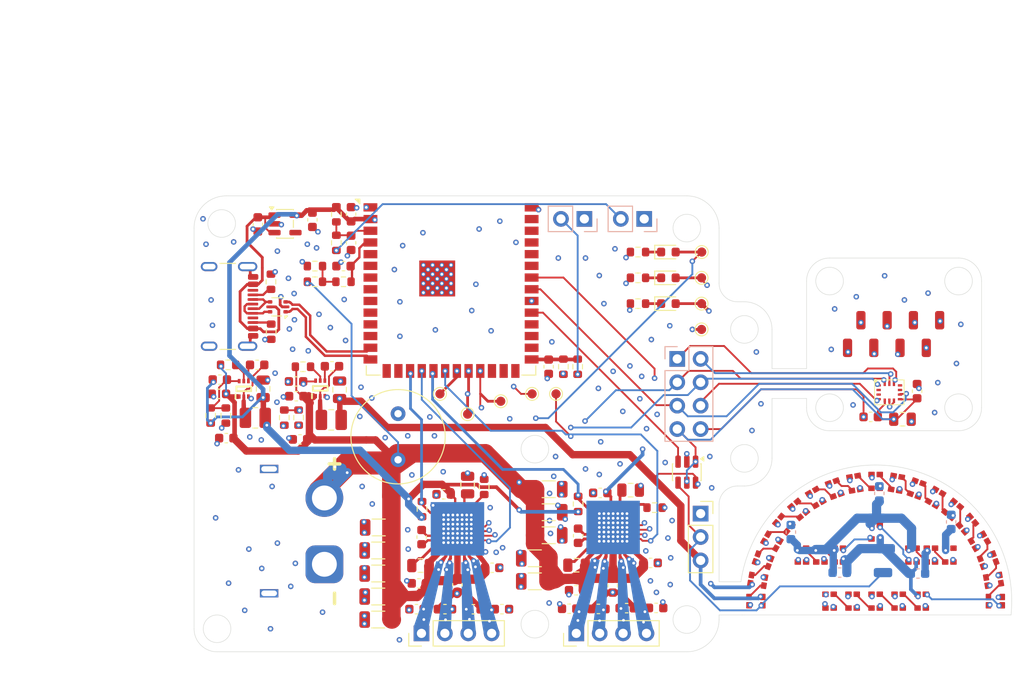
<source format=kicad_pcb>
(kicad_pcb (version 20241229) (generator "pcbnew") (generator_version "9.0")
  (layers (0 "F.Cu" signal) (4 "In1.Cu" signal) (6 "In2.Cu" signal) (2 "B.Cu" signal) (13 "F.Paste" user) (15 "B.Paste" user) (5 "F.SilkS" user "F.Silkscreen") (7 "B.SilkS" user "B.Silkscreen") (1 "F.Mask" user) (3 "B.Mask" user) (25 "Edge.Cuts" user))
  (net 0 "")
  (net 1 "Net-(D1-DOUT)")
  (net 2 "/5V")
  (net 3 "/leds/DIN_5V")
  (net 4 "GND")
  (net 5 "Net-(D2-DOUT)")
  (net 6 "Net-(D3-DOUT)")
  (net 7 "Net-(D4-DOUT)")
  (net 8 "Net-(D5-DOUT)")
  (net 9 "Net-(D6-DOUT)")
  (net 10 "Net-(D7-DOUT)")
  (net 11 "Net-(D8-DOUT)")
  (net 12 "Net-(D10-DIN)")
  (net 13 "Net-(D10-DOUT)")
  (net 14 "Net-(D11-DOUT)")
  (net 15 "Net-(IC1-OUT2B)")
  (net 16 "Net-(IC1-OUT1B)")
  (net 17 "/SPI_CS_STP2")
  (net 18 "Net-(IC1-VDD_1V8)")
  (net 19 "/VM")
  (net 20 "/SPI_MISO")
  (net 21 "/3V3")
  (net 22 "/SPI_SCLK")
  (net 25 "Net-(IC1-CPI)")
  (net 27 "/SPI_MOSI")
  (net 29 "Net-(IC1-VCP)")
  (net 30 "Net-(IC1-OUT2A)")
  (net 32 "/STP2_DRV_EN")
  (net 33 "Net-(IC1-IREF)")
  (net 34 "Net-(IC1-OUT1A)")
  (net 35 "Net-(IC1-CPO)")
  (net 38 "Net-(IC2-VDD_1V8)")
  (net 40 "Net-(IC2-CPI)")
  (net 41 "Net-(IC2-VCP)")
  (net 43 "Net-(IC2-OUT1A)")
  (net 46 "/SPI_CS_STP1")
  (net 48 "Net-(IC2-OUT2A)")
  (net 49 "Net-(IC2-OUT1B)")
  (net 50 "Net-(IC2-OUT2B)")
  (net 51 "Net-(IC2-IREF)")
  (net 52 "/STP1_DRV_EN")
  (net 53 "Net-(IC2-CPO)")
  (net 54 "/leds/O1")
  (net 57 "Net-(U3-VBUS)")
  (net 59 "Net-(U1-IO0)")
  (net 64 "Net-(D13-DOUT)")
  (net 68 "Net-(D14-DOUT)")
  (net 71 "Net-(D15-DOUT)")
  (net 73 "Net-(D16-DOUT)")
  (net 74 "Net-(D17-DOUT)")
  (net 75 "Net-(D18-DOUT)")
  (net 77 "Net-(D19-DOUT)")
  (net 78 "Net-(D20-DOUT)")
  (net 79 "Net-(D21-DOUT)")
  (net 81 "Net-(D22-DOUT)")
  (net 82 "Net-(U1-EN)")
  (net 90 "/LED_DIN")
  (net 91 "/BAT_MON")
  (net 92 "/psu/SW3V3")
  (net 93 "Net-(IC3-SW)")
  (net 94 "Net-(IC3-FB)")
  (net 95 "Net-(IC4-SW)")
  (net 96 "Net-(IC4-FB)")
  (net 97 "Net-(IC3-EN)")
  (net 98 "Net-(IC4-EN)")
  (net 99 "/IMU_INT2")
  (net 101 "/SPI_CS_IMU")
  (net 105 "/IMU_INT1")
  (net 106 "Net-(R5-Pad1)")
  (net 108 "Net-(J2-CC2)")
  (net 109 "Net-(J2-D+-PadA6)")
  (net 110 "Net-(J2-D--PadA7)")
  (net 111 "Net-(J2-CC1)")
  (net 112 "/USB_N")
  (net 113 "/USB_P")
  (net 114 "Net-(D23-DOUT)")
  (net 115 "/leds/O2")
  (net 116 "Net-(D25-DOUT)")
  (net 117 "Net-(D26-DOUT)")
  (net 118 "Net-(D27-DOUT)")
  (net 119 "Net-(D28-DOUT)")
  (net 120 "Net-(D29-DOUT)")
  (net 121 "Net-(D30-DOUT)")
  (net 122 "Net-(R1-Pad1)")
  (net 123 "Net-(R4-Pad1)")
  (net 124 "/psu/SW5V")
  (net 125 "Net-(D32-K)")
  (net 126 "Net-(D33-K)")
  (net 127 "Net-(D34-K)")
  (footprint "Equilibot:TestPoint_Pad_1.0x1.0mm" (layer "F.Cu") (at 179.15 83 90)
    (property "Reference" "TP14" (hide yes))
    (property "Value" "TestPoint")
  )
  (footprint "Equilibot:TMC5240" (layer "F.Cu") (at 131.099999 102.650001 180)
    (property "Reference" "IC1" (hide yes))
    (property "Value" "TMC5240")
  )
  (footprint "Equilibot:TMC5240" (layer "F.Cu") (at 148 102.5 180)
    (property "Reference" "IC2" (hide yes))
    (property "Value" "TMC5240")
  )
  (footprint "Capacitor_SMD:C_0603_1608Metric" (layer "F.Cu") (at 143.225 111.325 180)
    (property "Reference" "C19" (hide yes))
    (property "Value" "470p")
  )
  (footprint "Capacitor_SMD:C_0603_1608Metric" (layer "F.Cu") (at 146.4 111.35 180)
    (property "Reference" "C21" (hide yes))
    (property "Value" "470p")
  )
  (footprint "Capacitor_SMD:C_0603_1608Metric" (layer "F.Cu") (at 117.475 85 180)
    (property "Reference" "C37" (hide yes))
    (property "Value" "100n")
  )
  (footprint "Resistor_SMD:R_0603_1608Metric" (layer "F.Cu") (at 112.3 90.575 90)
    (property "Reference" "R19" (hide yes))
    (property "Value" "30k")
  )
  (footprint "Resistor_SMD:R_0603_1608Metric" (layer "F.Cu") (at 105.95 90.35 90)
    (property "Reference" "R15" (hide yes))
    (property "Value" "30k")
  )
  (footprint "Capacitor_SMD:C_0603_1608Metric" (layer "F.Cu") (at 152.07 106.35 180)
    (property "Reference" "C23" (hide yes))
    (property "Value" "220n")
  )
  (footprint "Resistor_SMD:R_0603_1608Metric" (layer "F.Cu") (at 115.625 75.825 180)
    (property "Reference" "R5" (hide yes))
    (property "Value" "12k")
  )
  (footprint "Equilibot:XL_WS2812B_0807" (layer "F.Cu") (at 176.5 110.5 90)
    (property "Reference" "D22" (hide yes))
    (property "Value" "WS2812B")
  )
  (footprint "Equilibot:XL_WS2812B_0807" (layer "F.Cu") (at 181.5 110.5 90)
    (property "Reference" "D20" (hide yes))
    (property "Value" "WS2812B")
  )
  (footprint "Resistor_SMD:R_0603_1608Metric" (layer "F.Cu") (at 115.625 74.125)
    (property "Reference" "R7" (hide yes))
    (property "Value" "3k")
  )
  (footprint "Equilibot:AMASS_XT60PW-M_1x02_P7.20mm_Horizontal" (layer "F.Cu") (at 116.65 106.5 90)
    (property "Reference" "J1" (hide yes))
    (property "Value" "Conn_01x02_Socket")
  )
  (footprint "Equilibot:USB_C_Receptacle_GCT_USB4105-xx-A_16P_TopMnt_Horizontal" (layer "F.Cu") (at 105.21 78.5 -90)
    (property "Reference" "J2" (hide yes))
    (property "Value" "USB_C_Receptacle_USB2.0_16P")
  )
  (footprint "TestPoint:TestPoint_Pad_D1.0mm" (layer "F.Cu") (at 129.2 88 -90)
    (property "Reference" "TP6" (hide yes))
    (property "Value" "TestPoint")
  )
  (footprint "TPS561243:SOTFL50P160X60-6N" (layer "F.Cu") (at 116.2 87.4 90)
    (property "Reference" "IC4" (hide yes))
    (property "Value" "TPS561243DRLR" (hide yes))
  )
  (footprint "Capacitor_SMD:C_0805_2012Metric" (layer "F.Cu") (at 132.2 97.9 90)
    (property "Reference" "C17" (hide yes))
    (property "Value" "2.2u")
  )
  (footprint "Equilibot:XL_WS2812B_0807" (layer "F.Cu") (at 189.3025 108.242574 -170)
    (property "Reference" "D18" (hide yes))
    (property "Value" "WS2812B")
  )
  (footprint "Equilibot:ESP32-S3-WROOM-1" (layer "F.Cu") (at 130.4 73.01)
    (property "Reference" "U1" (hide yes))
    (property "Value" "ESP32-S3-WROOM-1")
  )
  (footprint "Capacitor_SMD:C_1206_3216Metric" (layer "F.Cu") (at 140.999999 103.350001)
    (property "Reference" "C55" (hide yes))
    (property "Value" "22u")
  )
  (footprint "Resistor_SMD:R_0603_1608Metric" (layer "F.Cu") (at 150.7 78.2 180)
    (property "Reference" "R22" (hide yes))
    (property "Value" "1k")
  )
  (footprint "Equilibot:XL_WS2812B_0807" (layer "F.Cu") (at 168.5 105.5 -90)
    (property "Reference" "D25" (hide yes))
    (property "Value" "WS2812B")
  )
  (footprint "Equilibot:XL_WS2812B_0807" (layer "F.Cu") (at 164.283995 106.053739 -20)
    (property "Reference" "D3" (hide yes))
    (property "Value" "WS2812B")
  )
  (footprint "Capacitor_SMD:C_0603_1608Metric" (layer "F.Cu") (at 115.35 69.1 90)
    (property "Reference" "C52" (hide yes))
    (property "Value" "1u")
  )
  (footprint "Capacitor_SMD:C_0603_1608Metric" (layer "F.Cu") (at 152.67 111.24 180)
    (property "Reference" "C18" (hide yes))
    (property "Value" "470p")
  )
  (footprint "TPS561243:SOTFL50P160X60-6N" (layer "F.Cu") (at 107.9 87.45 90)
    (property "Reference" "IC3" (hide yes))
    (property "Value" "TPS561243DRLR" (hide yes))
  )
  (footprint "Capacitor_SMD:C_1206_3216Metric" (layer "F.Cu") (at 122.5 107.5 180)
    (property "Reference" "C56" (hide yes))
    (property "Value" "22u")
  )
  (footprint "Resistor_SMD:R_0603_1608Metric" (layer "F.Cu") (at 144.15 85.05 90)
    (property "Reference" "R4" (hide yes))
    (property "Value" "100")
  )
  (footprint "Equilibot:XL_WS2812B_0807" (layer "F.Cu") (at 163.5 110.5)
    (property "Reference" "D1" (hide yes))
    (property "Value" "WS2812B")
  )
  (footprint "Package_TO_SOT_SMD:SOT-23-5" (layer "F.Cu") (at 112.375 69.5375)
    (property "Reference" "U4" (hide yes))
    (property "Value" "TLV75533PDBV")
  )
  (footprint "Resistor_SMD:R_0603_1608Metric" (layer "F.Cu") (at 127.25 100.51 -90)
    (property "Reference" "R9" (hide yes))
    (property "Value" "5.6k")
  )
  (footprint "Capacitor_SMD:C_1206_3216Metric" (layer "F.Cu") (at 139.5 105.850001 180)
    (property "Reference" "C59" (hide yes))
    (property "Value" "22u")
  )
  (footprint "Capacitor_SMD:C_1206_3216Metric" (layer "F.Cu") (at 122.5 112.500002 180)
    (property "Reference" "C60" (hide yes))
    (property "Value" "22u")
  )
  (footprint "Resistor_SMD:R_0603_1608Metric" (layer "F.Cu") (at 117.95 71.6 90)
    (property "Reference" "R1" (hide yes))
    (property "Value" "100")
  )
  (footprint "Equilibot:XL_WS2812B_0807" (layer "F.Cu") (at 182.5 105.5 -90)
    (property "Reference" "D30" (hide yes))
    (property "Value" "WS2812B")
  )
  (footprint "Resistor_SMD:R_0603_1608Metric" (layer "F.Cu") (at 117.95 68.5 -90)
    (property "Reference" "R2" (hide yes))
    (property "Value" "5.6k")
  )
  (footprint "Capacitor_SMD:C_0805_2012Metric" (layer "F.Cu") (at 127.09 106.64)
    (property "Reference" "C15" (hide yes))
    (property "Value" "1u")
  )
  (footprint "Equilibot:XL_WS2812B_0807" (layer "F.Cu") (at 179 110.5 90)
    (property "Reference" "D21" (hide yes))
    (property "Value" "WS2812B")
  )
  (footprint "Connector_PinHeader_2.54mm:PinHeader_1x04_P2.54mm_Vertical" (layer "F.Cu") (at 144 114 90)
    (property "Reference" "J4" (hide yes))
    (property "Value" "Conn_01x04_Pin")
  )
  (footprint "Equilibot:XL_WS2812B_0807" (layer "F.Cu") (at 172.5 105.5 -90)
    (property "Reference" "D27" (hide yes))
    (property "Value" "WS2812B")
  )
  (footprint "Capacitor_SMD:C_0603_1608Metric" (layer "F.Cu") (at 113.6 88.25)
    (property "Reference" "C35" (hide yes))
    (property "Value" "220n")
  )
  (footprint "TestPoint:TestPoint_Pad_D1.0mm" (layer "F.Cu") (at 135.8 88.8 -90)
    (property "Reference" "TP4" (hide yes))
    (property "Value" "TestPoint")
  )
  (footprint "Capacitor_SMD:C_0603_1608Metric" (layer "F.Cu") (at 141 85.05 90)
    (property "Reference" "C2" (hide yes))
    (property "Value" "220n")
  )
  (footprint "Capacitor_SMD:C_0603_1608Metric" (layer "F.Cu") (at 105.3 86.45 180)
    (property "Reference" "C33" (hide yes))
    (property "Value" "47p")
  )
  (footprint "Capacitor_SMD:C_0603_1608Metric" (layer "F.Cu") (at 127.21 103.55 -90)
    (property "Reference" "C16" (hide yes))
    (property "Value" "22n")
  )
  (footprint "Capacitor_SMD:C_0603_1608Metric" (layer "F.Cu") (at 135.93 111.37 180)
    (property "Reference" "C7" (hide yes))
    (property "Value" "470p")
  )
  (footprint "Capacitor_SMD:C_0603_1608Metric" (layer "F.Cu") (at 143.98 109.32)
    (property "Reference" "C63" (hide yes))
    (property "Value" "220n")
  )
  (footprint "LED_SMD:LED_0603_1608Metric" (layer "F.Cu") (at 154 78.2)
    (property "Reference" "D34" (hide yes))
    (property "Value" "LED_Small")
  )
  (footprint "Equilibot:XL_WS2812B_0807" (layer "F.Cu") (at 187.75833 104 -150)
    (property "Reference" "D16" (hide yes))
    (property "Value" "WS2812B")
  )
  (footprint "Equilibot:XL_WS2812B_0807" (layer "F.Cu") (at 172.053738 98.283996 -70)
    (property "Reference" "D8" (hide yes))
    (property "Value" "WS2812B")
  )
  (footprint "Equilibot:XDCR_ICM-42670-P" (layer "F.Cu") (at 177.9875 87.825)
    (property "Reference" "MT1" (hide yes))
    (property "Value" "ICM-42670-P")
  )
  (footprint "Equilibot:XL_WS2812B_0807" (layer "F.Cu") (at 165.241669 104 -30)
    (property "Reference" "D4" (hide yes))
    (property "Value" "WS2812B")
  )
  (footprint "Capacitor_SMD:C_0603_1608Metric" (layer "F.Cu") (at 106 92.8 180)
    (property "Reference" "C64" (hide yes))
    (property "Value" "10u")
  )
  (footprint "Capacitor_SMD:C_0603_1608Metric" (layer "F.Cu") (at 119.55 71.6 90)
    (property "Reference" "C1" (hide yes))
    (property "Value" "220n")
  )
  (footprint "Capacitor_SMD:C_0603_1608Metric" (layer "F.Cu") (at 144.2 103.4 -90)
    (property "Reference" "C29" (hide yes))
    (property "Value" "22n")
  )
  (footprint "TestPoint:TestPoint_Pad_D1.0mm" (layer "F.Cu") (at 132.2 90.2 -90)
    (property "Reference" "TP5" (hide yes))
    (property "Value" "TestPoint")
  )
  (footprint "TestPoint:TestPoint_Pad_D1.0mm" (layer "F.Cu") (at 139.2 88 90)
    (property "Reference" "TP9" (hide yes))
    (property "Value" "TestPoint")
  )
  (footprint "Capacitor_SMD:C_0603_1608Metric" (layer "F.Cu") (at 126.91 108.57)
    (property "Reference" "C62" (hide yes))
    (property "Value" "220n")
  )
  (footprint "Capacitor_SMD:C_0603_1608Metric" (layer "F.Cu") (at 105.2 88)
    (property "Reference" "C30" (hide yes))
    (property "Value" "220n")
  )
  (footprint "Capacitor_SMD:C_1206_3216Metric" (layer "F.Cu") (at 122.55 102.5 180)
    (property "Reference" "C54" (hide yes))
    (property "Value" "22u")
  )
  (footprint "TestPoint:TestPoint_Pad_D1.0mm" (layer "F.Cu") (at 157.6 81 90)
    (property "Reference" "TP7" (hide yes))
    (property "Value" "TestPoint")
  )
  (footprint "TestPoint:TestPoint_Pad_D1.0mm" (layer "F.Cu") (at 141.8 88 90)
    (property "Reference" "TP10" (hide yes))
    (property "Value" "TestPoint")
  )
  (footprint "Capacitor_SMD:C_0805_2012Metric" (layer "F.Cu") (at 179.4125 90.75 180)
    (property "Reference" "C5" (hide yes))
    (property "Value" "2.2u")
  )
  (footprint "Capacitor_SMD:C_0603_1608Metric" (layer "F.Cu") (at 181 87.7 -90)
    (property "Reference" "C4" (hide yes))
    (property "Value" "220n")
  )
  (footprint "Equilibot:TestPoint_Pad_1.0x1.0mm" (layer "F.Cu") (at 174.9 80 90)
    (property "Reference" "TP20" (hide yes))
    (property "Value" "TestPoint")
  )
  (footprint "Capacitor_SMD:C_0603_1608Metric" (layer "F.Cu") (at 132.83 111.38 180)
    (property "Reference" "C9" (hide yes))
    (property "Value" "470p")
  )
  (footprint "Capacitor_SMD:C_0603_1608Metric" (layer "F.Cu") (at 126.65 111.37 180)
    (property "Reference" "C8" (hide yes))
    (property "Value" "470p")
  )
  (footprint "Resistor_SMD:R_0603_1608Metric" (layer "F.Cu") (at 114.325 85.05 180)
    (property "Reference" "R17" (hide yes))
    (property "Value" "100k")
  )
  (footprint "Equilibot:XL_WS2812B_0807" (layer "F.Cu") (at 176.5 97.5 -90)
    (property "Reference" "D10" (hide yes))
    (property "Value" "WS2812B")
  )
  (footprint "Equilibot:XL_WS2812B_0807" (layer "F.Cu") (at 171.5 110.5 90)
    (property "Reference" "D24" (hide yes))
    (property "Value" "WS2812B")
  )
  (footprint "Equilibot:XL_WS2812B_0807" (layer "F.Cu") (at 186.458577 102.143762 -140)
    (property "Reference" "D15" (hide yes))
    (property "Value" "WS2812B")
  )
  (footprint "Equilibot:TestPoint_Pad_1.0x1.0mm" (layer "F.Cu") (at 182 83 90)
    (property "Reference" "TP12" (hide yes))
    (property "Value" "TestPoint")
  )
  (footprint "Equilibot:XL_WS2812B_0807" (layer "F.Cu") (at 178.757426 97.6975 -100)
    (property "Reference" "D11" (hide yes))
    (property "Value" "WS2812B")
  )
  (footprint "TestPoint:TestPoint_Pad_D1.0mm" (layer "F.Cu") (at 157.6 75.4 90)
    (property "Reference" "TP3" (hide yes))
    (property "Value" "TestPoint")
  )
  (footprint "Capacitor_THT:C_Radial_D10.0mm_H16.0mm_P5.00mm" (layer "F.Cu") (at 124.65 95.15 90)
    (property "Reference" "C25" (hide yes))
    (property "Value" "470u")
  )
  (footprint "LED_SMD:LED_0603_1608Metric" (layer "F.Cu") (at 154 72.6)
    (property "Reference" "D32" (hide yes))
    (property "Value" "LED_Small")
  )
  (footprint "Capacitor_SMD:C_0603_1608Metric" (layer "F.Cu") (at 146.599999 98.750001)
    (property "Reference" "C26" (hide yes))
    (property "Value" "220n")
  )
  (footprint "Equilibot:XL_WS2812B_0807" (layer "F.Cu") (at 174 110.5 90)
    (property "Reference" "D23" (hide yes))
    (property "Value" "WS2812B")
  )
  (footprint "Capacitor_SMD:C_0603_1608Metric" (layer "F.Cu") (at 109.425 69.6 90)
    (property "Reference" "C51" (hide yes))
    (property "Value" "1u")
  )
  (footprint "Resistor_SMD:R_0603_1608Metric" (layer "F.Cu") (at 106.2 84.85 180)
    (property "Reference" "R13" (hide yes))
    (property "Value" "100k")
  )
  (footprint "Resistor_SMD:R_0603_1608Metric" (layer "F.Cu") (at 110.85 75.825 -90)
    (property "Reference" "R20" (hide yes))
    (property "Value" "5.1k")
  )
  (footprint "Resistor_SMD:R_0603_1608Metric" (layer "F.Cu") (at 104.3 90.35 -90)
    (property "Reference" "R14" (hide yes))
    (property "Value" "135k")
  )
  (footprint "Capacitor_SMD:C_0603_1608Metric" (layer "F.Cu") (at 119.55 68.5 -90)
    (property "Reference" "C53" (hide yes))
    (property "Value" "220n")
  )
  (footprint "Equilibot:XL_WS2812B_0807" (layer "F.Cu") (at 184.5 105.5 -90)
    (property "Reference" "D31" (hide yes))
    (property "Value" "WS2812B")
  )
  (footprint "Capacitor_SMD:C_0603_1608Metric" (layer "F.Cu") (at 147.95 108.8 90)
    (property "Reference" "C24" (hide yes))
    (property "Value" "220n")
  )
  (footprint "Inductor_SMD:L_1008_2520Metric" (layer "F.Cu") (at 109.15 90.6 180)
    (property "Reference" "L1" (hide yes))
    (property "Value" "3.3u")
  )
  (footprint "Resistor_SMD:R_0603_1608Metric" (layer "F.Cu") (at 142.6 85.05 90)
    (property "Reference" "R3" (hide yes))
    (property "Value" "5.6k")
  )
  (footprint "Equilibot:XL_WS2812B_0807" (layer "F.Cu") (at 188.716004 106.053739 -160)
    (property "Reference" "D17" (hide yes))
    (property "Value" "WS2812B")
  )
  (footprint "Resistor_SMD:R_0603_1608Metric" (layer "F.Cu") (at 150.7 75.4 180)
    (property "Reference" "R11" (hide yes))
    (property "Value" "3k")
  )
  (footprint "Equilibot:XL_WS2812B_0807" (layer "F.Cu") (at 170.5 105.5 -90)
    (property "Reference" "D26" (hide yes))
    (property "Value" "WS2812B")
  )
  (footprint "Resistor_SMD:R_0603_1608Metric" (layer "F.Cu") (at 134 98.1 90)
    (property "Reference" "R10" (hide yes))
    (property "Value" "13k")
  )
  (footprint "Capacitor_SMD:C_1206_3216Metric" (layer "F.Cu") (at 122.5 110.000002 180)
    (property "Reference" "C58" (hide yes))
    (property "Value" "22u")
  )
  (footprint "Equilibot:TestPoint_Pad_1.0x1.0mm" (layer "F.Cu") (at 177.75 80 90)
    (property "Reference" "TP15" (hide yes))
    (property "Value" "TestPoint")
  )
  (footprint "Capacitor_SMD:C_0603_1608Metric" (layer "F.Cu") (at 149.47 111.26 180)
    (property "Reference" "C20" (hide yes))
    (property "Value" "470p")
  )
  (footprint "TestPoint:TestPoint_Pad_D1.0mm" (layer "F.Cu") (at 157.62 72.6 90)
    (property "Reference" "TP1" (hide yes))
    (property "Value" "TestPoint")
  )
  (footprint "Capacitor_SMD:C_0603_1608Metric" (layer "F.Cu") (at 131.09 108.73 90)
    (property "Reference" "C13" (hide yes))
    (property "Value" "220n")
  )
  (footprint "Resistor_SMD:R_0603_1608Metric" (layer "F.Cu") (at 113.85 90.575 -90)
    (property "Reference" "R18" (hide yes))
    (property "Value" "220k")
  )
  (footprint "Capacitor_SMD:C_0603_1608Metric" (layer "F.Cu") (at 113.575 86.65 180)
    (property "Reference" "C38" (hide yes))
    (property "Value" "47p")
  )
  (footprint "Inductor_SMD:L_1008_2520Metric" (layer "F.Cu") (at 117.4 90.825 180)
    (property "Reference" "L2" (hide yes))
    (property "Value" "3.3u")
  )
  (footprint "Capacitor_SMD:C_0603_1608Metric" (layer "F.Cu") (at 129.6 98.9)
    (property "Reference" "C14" (hide yes))
    (property "Value" "220n")
  )
  (footprint "Capacitor_SMD:C_1206_3216Metric" (layer "F.Cu") (at 140.999999 100.850001)
    (property "Reference" "C22" (hide yes))
    (property "Value" "22u")
  )
  (footprint "Capacitor_SMD:C_0603_1608Metric" (layer "F.Cu") (at 175.9625 90.5 180)
    (property "Reference" "C6" (hide yes))
    (property "Value" "220n")
  )
  (footprint "Capacitor_SMD:C_0603_1608Metric" (layer "F.Cu") (at 109.35 84.85 180)
    (property "Reference" "C32" (hide yes))
    (property "Value" "100n")
  )
  (footprint "Equilibot:XL_WS2812B_0807" (layer "F.Cu") (at 168.143761 100.541423 -50)
    (property "Reference" "D6" (hide yes))
    (property "Value" "WS2812B")
  )
  (footprint "Capacitor_SMD:C_0603_1608Metric" (layer "F.Cu") (at 114 92.938 180)
    (property "Reference" "C27" (hide yes))
    (property "Value" "10u")
  )
  (footprint "Equilibot:TestPoint_Pad_1.0x1.0mm" (layer "F.Cu") (at 183.45 80 90)
    (property "Reference" "TP17" (hide yes))
    (property "Value" "TestPoint")
  )
  (footprint "Capacitor_SMD:C_0805_2012Metric" (layer "F.Cu") (at 149.899999 98.450001)
    (property "Reference" "C34" (hide yes))
    (property "Value" "2.2u")
  )
  (footprint "Capacitor_SMD:C_1206_3216Metric" (layer "F.Cu") (at 139.5 108.350001 180)
    (property "Reference" "C61" (hide yes))
    (property "Value" "22u")
  )
  (footprint "Resistor_SMD:R_0603_1608Metric" (layer "F.Cu") (at 150.7 72.6 180)
    (property "Reference" "R8" (hide yes))
    (property "Value" "10k")
  )
  (footprint "Equilibot:TestPoint_Pad_1.0x1.0mm" (layer "F.Cu") (at 176.3 83 90)
    (property "Reference" "TP18" (hide yes))
    (property "Value" "TestPoint")
  )
  (footprint "Connector_PinSocket_2.54mm:PinSocket_1x03_P2.54mm_Vertical" (layer "F.Cu") (at 157.5 101)
    (property "Reference" "J5" (hide yes))
    (property "Value" "Conn_01x03_Pin")
  )
  (footprint "Equilibot:XL_WS2812B_0807" (layer "F.Cu") (at 183 99.24167 -120)
    (property "Reference" "D13" (hide yes))
    (property "Value" "WS2812B")
  )
  (footprint "LED_SMD:LED_0603_1608Metric" (layer "F.Cu") (at 154 75.4)
    (property "Reference" "D33" (hide yes))
    (property "Value" "LED_Small")
  )
  (footprint "Capacitor_SMD:C_0805_2012Metric" (layer "F.Cu") (at 118.3 87.55 90)
    (property "Reference" "C36" (hide yes))
    (property "Value" "22u")
  )
  (footprint "Package_TO_SOT_SMD:SOT-23-6" (layer "F.Cu") (at 156 96.5 -90)
    (property "Reference" "U2" (hide yes))
    (property "Value" "SN74LVC1T45DBV")
  )
  (footprint "Connector_PinHeader_2.54mm:PinHeader_1x04_P2.54mm_Vertical" (layer "F.Cu") (at 127.19 114 90)
    (property "Reference" "J3" (hide yes))
    (property "Value" "Conn_01x04_Pin")
  )
  (footprint "Equilibot:TestPoint_Pad_1.0x1.0mm" (layer "F.Cu") (at 173.45 83 90)
    (property "Reference" "TP19" (hide yes))
    (property "Value" "TestPoint")
  )
  (footprint "Capacitor_SMD:C_1206_3216Metric" (layer "F.Cu") (at 122.5 105 180)
    (property "Reference" "C11" (hide yes))
    (property "Value" "22u")
  )
  (footprint "TestPoint:TestPoint_Pad_D1.0mm" (layer "F.Cu") (at 157.6 78.2 90)
    (property "Reference" "TP2" (hide yes))
    (property "Value" "TestPoint")
  )
  (footprint "Resistor_SMD:R_0603_1608Metric" (layer "F.Cu") (at 144.2 99.950001 -90)
    (property "Reference" "R12" (hide yes))
    (property "Value" "5.6k")
  )
  (footprint "Resistor_SMD:R_0603_1608Metric" (layer "F.Cu") (at 118.725 75.825)
    (property "Reference" "R6" (hide yes))
    (property "Value" "1k")
  )
  (footprint "Equilibot:TestPoint_Pad_1.0x1.0mm" (layer "F.Cu") (at 180.6 80 90)
    (property "Reference" "TP13" (hide yes))
    (property "Value" "TestPoint")
  )
  (footprint "Equilibot:XL_WS2812B_0807" (layer "F.Cu") (at 174.242573 97.6975 -80)
    (property "Reference" "D9" (hide yes))
    (property "Value" "WS2812B")
  )
  (footprint "Capacitor_SMD:C_0805_2012Metric" (layer "F.Cu") (at 144.03 106.6)
    (property "Reference" "C28" (hide yes))
    (property "Value" "1u")
  )
  (footprint "Capacitor_SMD:C_0603_1608Metric" (layer "F.Cu") (at 134.86 106.88 180)
    (property "Reference" "C12" (hide yes))
    (property "Value" "220n")
  )
  (footprint "Equilibot:XL_WS2812B_0807" (layer "F.Cu") (at 170 99.24167 -60)
    (property "Reference" "D7" (hide yes))
    (property "Value" "WS2812B")
  )
  (footprint "Package_TO_SOT_SMD:SOT-666" (layer "F.Cu") (at 111.6 78.55 180)
    (property "Reference" "U3" (hide yes))
    (property "Value" "USBLC6-2P6")
  )
  (footprint "Resistor_SMD:R_0603_1608Metric" (layer "F.Cu") (at 152.499999 100.350001)
    (property "Reference" "R16" (hide yes))
    (property "Value" "13k")
  )
  (footprint "Capacitor_SMD:C_0805_2012Metric" (layer "F.Cu") (at 110 87.45 90)
    (property "Reference" "C31" (hide yes))
    (property "Value" "22u")
  )
  (footprint "Equilibot:XL_WS2812B_0807" (layer "F.Cu") (at 180.946261 98.283996 -110)
    (property "Reference" "D12" (hide yes))
    (property "Value" "WS2812B")
  )
  (footprint "Equilibot:XL_WS2812B_0807" (layer "F.Cu") (at 180.5 105.5 -90)
    (property "Reference" "D29" (hide yes))
    (property "Value" "WS2812B")
  )
  (footprint "Capacitor_SMD:C_1206_3216Metric" (layer "F.Cu") (at 140.999999 98.350001)
    (property "Reference" "C57" (hide yes))
    (property "Value" "22u")
  )
  (footprint "Capacitor_SMD:C_0603_1608Metric" (layer "F.Cu") (at 118.725 74.125)
    (property "Reference" "C3" (hide yes))
    (property "Value" "220n")
  )
  (footprint "Equilibot:XL_WS2812B_0807" (layer "F.Cu") (at 176.5 103 -90)
    (property "Reference" "D28" (hide yes))
    (property "Value" "WS2812B")
  )
  (footprint "Resistor_SMD:R_0603_1608Metric" (layer "F.Cu") (at 110.875 81.25 90)
    (property "Reference" "R21" (hide yes))
    (property "Value" "5.1k")
  )
  (footprint "Equilibot:XL_WS2812B_0807" (layer "F.Cu") (at 184.856238 100.541423 -130)
    (property "Reference" "D14" (hide yes))
    (property "Value" "WS2812B")
  )
  (footprint "Equilibot:XL_WS2812B_0807" (layer "F.Cu") (at 189.5 110.5 180)
    (property "Reference" "D19" (hide yes))
    (property "Value" "WS2812B")
  )
  (footprint "Equilibot:XL_WS2812B_0807" (layer "F.Cu") (at 163.697499 108.242574 -10)
    (property "Reference" "D2" (hide yes))
    (property "Value" "WS2812B")
  )
  (footprint "Capacitor_SMD:C_0603_1608Metric" (layer "F.Cu") (at 129.74 111.37 180)
    (property "Reference" "C10" (hide yes))
    (property "Value" "470p")
  )
  (footprint "Equilibot:XL_WS2812B_0807" (layer "F.Cu") (at 166.541422 102.143762 -40)
    (property "Reference" "D5" (hide yes))
    (property "Value" "WS2812B")
  )
  (footprint "Connector_PinHeader_2.54mm:PinHeader_1x02_P2.54mm_Vertical" (layer "B.Cu") (at 151.375 69 90)
    (property "Reference" "SW1" (hide yes))
    (property "Value" "SW_Push")
  )
  (footprint "Capacitor_SMD:C_0603_1608Metric" (layer "B.Cu") (at 184.7 101.9 90)
    (property "Reference" "C40" (hide yes))
    (property "Value" "100n")
  )
  (footprint "Capacitor_SMD:C_0603_1608Metric" (layer "B.Cu") (at 172.6 107.4)
    (property "Reference" "C39" (hide yes))
    (property "Value" "100n")
  )
  (footprint "Connector_PinHeader_2.54mm:PinHeader_1x02_P2.54mm_Vertical" (layer "B.Cu") (at 144.875 69 90)
    (property "Reference" "SW2" (hide yes))
    (property "Value" "SW_Push")
  )
  (footprint "Equilibot:TestPoint_Pad_1.0x1.0mm" (layer "B.Cu") (at 176.6 101.5)
    (property "Reference" "TP8" (hide yes))
    (property "Value" "TestPoint")
  )
  (footprint "Capacitor_SMD:C_0603_1608Metric" (layer "B.Cu") (at 181.1 107.5 180)
    (property "Reference" "C42" (hide yes))
    (property "Value" "100n")
  )
  (footprint "Equilibot:TestPoint_Pad_1.0x1.0mm" (layer "B.Cu") (at 177.3 107.4)
    (property "Reference" "TP16" (hide yes))
    (property "Value" "TestPoint")
  )
  (footprint "Connector_PinSocket_2.54mm:PinSocket_2x04_P2.54mm_Vertical" (layer "B.Cu") (at 154.96 84.2 180)
    (property "Reference" "J7" (hide yes))
    (property "Value" "Conn_01x08_Pin")
  )
  (footprint "Capacitor_SMD:C_0603_1608Metric" (layer "B.Cu") (at 176.9 98.8 90)
    (property "Reference" "C41" (hide yes))
    (property "Value" "100n")
  )
  (footprint "Equilibot:TestPoint_Pad_1.0x1.0mm" (layer "B.Cu") (at 177.6 104.8)
    (property "Reference" "TP11" (hide yes))
    (property "Value" "TestPoint")
  )
  (footprint "Capacitor_SMD:C_0603_1608Metric" (layer "B.Cu") (at 167.3 103 90)
    (property "Reference" "C48" (hide yes))
    (property "Value" "100n")
  )
  (gr_poly (pts (xy 124.75 96.6) (xy 126.65 95.25) (xy 124.3 94.85)) (stroke (width 0.2)) (fill yes) (layer "F.Cu") (net 19))
  (gr_poly (pts (xy 146.12 104.59) (xy 144.88 105.9) (xy 145.34 106.09) (xy 146.27 105.09)) (fill yes) (layer "F.Cu") (net 19))
  (gr_poly (pts (xy 147.11 105.33) (xy 147.04 105.6) (xy 146.8 106.1) (xy 147.31 106.23) (xy 147.32 106.12) (xy 147.32 105.92) (xy 147.39 105.72) (xy 147.4 105.34)) (fill yes) (layer "F.Cu") (net 50))
  (gr_poly (pts (xy 149.39 105.3) (xy 149.4 105.33) (xy 149.41 105.39) (xy 149.43 105.44) (xy 149.48 105.49) (xy 149.91 105.7) (xy 149.48 106.05) (xy 149.11 105.46) (xy 149.11 105.35)) (fill yes) (layer "F.Cu") (net 43))
  (gr_poly (pts (xy 146.89 105.15) (xy 146.89 105.36) (xy 146.85 105.44) (xy 146.69 105.71) (xy 146.225 106.225) (xy 145.8 105.9) (xy 146.55 105.46) (xy 146.59 105.39) (xy 146.6 105.34) (xy 146.6 105.26)) (fill yes) (layer "F.Cu") (net 49))
  (gr_poly (pts (xy 108.044676 88.410318) (xy 108.044676 88.590318) (xy 108.074676 88.650318) (xy 108.114676 88.680318) (xy 108.154676 89.820318) (xy 107.644676 89.800318) (xy 107.654676 88.710318) (xy 107.714676 88.660318) (xy 107.764676 88.560318) (xy 107.764676 88.540318)) (fill yes) (layer "F.Cu") (net 93))
  (gr_poly (pts (xy 149.69 104.91) (xy 150.91 106.05) (xy 151.675 105.935) (xy 149.845 104.505)) (fill yes) (layer "F.Cu") (net 19))
  (gr_poly (pts (xy 124.9 108.25) (xy 125.75 109.4) (xy 126.95 109.35) (xy 127.25 108.5) (xy 128.85 108.7) (xy 127.9 109.5) (xy 125.65 110.45) (xy 124.85 111.3) (xy 124.8 108.3)) (fill yes) (layer "F.Cu") (net 19))
  (gr_poly (pts (xy 137.45 98.85) (xy 138.8 100.2) (xy 138.85 98.95)) (stroke (width 0.2)) (fill yes) (layer "F.Cu") (net 19))
  (gr_poly (pts (xy 147.3 108) (xy 148.75 107.9) (xy 148.25 106.5) (xy 147.7 106.5)) (stroke (width 0.2)) (fill yes) (layer "F.Cu") (net 19))
  (gr_poly (pts (xy 129.25 104.7) (xy 127.852274 105.93251) (xy 128.452274 106.36251) (xy 129.462274 105.32251)) (fill yes) (layer "F.Cu") (net 19))
  (gr_poly (pts (xy 132.5 105.475) (xy 132.5 105.55) (xy 132.55 105.61) (xy 132.99 105.87) (xy 132.61 106.23) (xy 132.25 105.7) (xy 132.21 105.44)) (fill yes) (layer "F.Cu") (net 34))
  (gr_poly (pts (xy 132 105.325) (xy 132 105.5) (xy 131.95 105.62434) (xy 132.22 106.15) (xy 131.775 106.4) (xy 131.7 106.375) (xy 131.7 105.525)) (fill yes) (layer "F.Cu") (net 30))
  (gr_poly (pts (xy 130.325 105.45) (xy 129.975 106.25) (xy 130.4 106.35) (xy 130.45 105.95) (xy 130.5 105.525)) (fill yes) (layer "F.Cu") (net 15))
  (gr_poly (pts (xy 147.63 104.99) (xy 147.49 108.2) (xy 148.39 108.22) (xy 148.39 104.95)) (fill yes) (layer "F.Cu") (net 19))
  (gr_poly (pts (xy 116.34 88.365) (xy 116.34 88.545) (xy 116.37 88.605) (xy 116.41 88.635) (xy 116.45 89.775) (xy 115.94 89.755) (xy 115.95 88.665) (xy 116.01 88.615) (xy 116.06 88.515) (xy 116.06 88.495)) (fill yes) (layer "F.Cu") (net 95))
  (gr_poly (pts (xy 148.7 106.15) (xy 148.68 106.15) (xy 148.62 105.92) (xy 148.61 105.71) (xy 148.62 105.33) (xy 148.81 105.37) (xy 148.82 105.39) (xy 149.13 106.02)) (fill yes) (layer "F.Cu") (net 48))
  (gr_poly (pts (xy 129.725 105.425) (xy 129.7 105.55) (xy 129.625 105.625) (xy 129.075 106.1) (xy 129.575 106.375) (xy 129.975 105.65) (xy 129.975 105.475)) (fill yes) (layer "F.Cu") (net 16))
  (gr_poly (pts (xy 141.95 106.65) (xy 142.6 107.55) (xy 143.45 107.55) (xy 144.6 106.8) (xy 144.3 108.7) (xy 143.675 108.625) (xy 142.75 108.65) (xy 142.05 109.05) (xy 141.15 109.3) (xy 141.2 109.15)) (fill yes) (layer "F.Cu") (net 19))
  (gr_rect (start 130.85 104.95) (end 131.35 107.86) (stroke (width 0.2)) (fill yes) (layer "F.Cu") (net 19))
  (gr_poly (pts (xy 132.75 105.15) (xy 133.84 106.49) (xy 134.49 106.5) (xy 133.2 104.75)) (fill yes) (layer "F.Cu") (net 19))
  (gr_poly (pts (xy 129.84 106.35) (xy 128.92 113.83) (xy 130.375 113.9) (xy 130.675 106.35)) (fill yes) (layer "B.Cu") (net 15))
  (gr_poly (pts (xy 149.46 105.98) (xy 150.79 114.11) (xy 152.44 113.93) (xy 150.225 105.8)) (fill yes) (layer "B.Cu") (net 43))
  (gr_poly (pts (xy 146.75 106.2) (xy 145.72 113.9) (xy 147.1 113.9) (xy 147.525 106.2)) (fill yes) (layer "B.Cu") (net 50))
  (gr_poly (pts (xy 132.56 106.15) (xy 133.97 114.08) (xy 135.64 113.91) (xy 133.4 105.95)) (fill yes) (layer "B.Cu") (net 34))
  (gr_poly (pts (xy 145.65 105.85) (xy 143.2 113.38) (xy 144.82 113.42) (xy 146.54 106.04)) (fill yes) (layer "B.Cu") (net 49))
  (gr_poly (pts (xy 131.525 106.275) (xy 131.625 114.075) (xy 133.11 114.04) (xy 132.37 106.3)) (fill yes) (layer "B.Cu") (net 30))
  (gr_poly (pts (xy 128.825 106.15) (xy 126.38 113.19) (xy 127.99 113.19) (xy 129.58 106.34)) (fill yes) (layer "B.Cu") (net 16))
  (gr_poly (pts (xy 148.525 106.2) (xy 148.5 113.975) (xy 149.9 114.07) (xy 149.37 106.81) (xy 149.17 106.125)) (fill yes) (layer "B.Cu") (net 48))
  (gr_circle (center 139.5 113) (end 139.5 111.5) (stroke (width 0.05)) (fill no) (layer "Edge.Cuts"))
  (gr_arc (start 165.25 95) (mid 164.37132 97.12132) (end 162.25 98) (stroke (width 0.05)) (layer "Edge.Cuts"))
  (gr_line (start 169 85.25) (end 165.25 85.25) (stroke (width 0.05)) (layer "Edge.Cuts"))
  (gr_arc (start 156 66.5) (mid 158.474874 67.525126) (end 159.5 70) (stroke (width 0.05)) (layer "Edge.Cuts"))
  (gr_arc (start 102.5 70) (mid 103.525126 67.525126) (end 106 66.5) (stroke (width 0.05)) (layer "Edge.Cuts"))
  (gr_line (start 185.5 92) (end 171.5 92) (stroke (width 0.05)) (layer "Edge.Cuts"))
  (gr_arc (start 159.5 100) (mid 160.085786 98.585786) (end 161.5 98) (stroke (width 0.05)) (layer "Edge.Cuts"))
  (gr_circle (center 185.5 89.5) (end 185.5 91) (stroke (width 0.05)) (fill no) (layer "Edge.Cuts"))
  (gr_line (start 188 75.75) (end 188 89.5) (stroke (width 0.05)) (layer "Edge.Cuts"))
  (gr_arc (start 169 75.75) (mid 169.732233 73.982233) (end 171.5 73.25) (stroke (width 0.05)) (layer "Edge.Cuts"))
  (gr_circle (center 171.5 75.75) (end 171.5 77.25) (stroke (width 0.05)) (fill no) (layer "Edge.Cuts"))
  (gr_arc (start 185.5 73.25) (mid 187.267767 73.982233) (end 188 75.75) (stroke (width 0.05)) (layer "Edge.Cuts"))
  (gr_circle (center 156 112.5) (end 157.5 112.5) (stroke (width 0.05)) (fill no) (layer "Edge.Cuts"))
  (gr_circle (center 105 113.5) (end 106.5 113.5) (stroke (width 0.05)) (fill no) (layer "Edge.Cuts"))
  (gr_circle (center 171.5 89.5) (end 171.5 91) (stroke (width 0.05)) (fill no) (layer "Edge.Cuts"))
  (gr_line (start 105 116) (end 156 116) (stroke (width 0.05)) (layer "Edge.Cuts"))
  (gr_circle (center 162.25 81) (end 162.25 82.5) (stroke (width 0.05)) (fill no) (layer "Edge.Cuts"))
  (gr_line (start 169 88.5) (end 169 89.5) (stroke (width 0.05)) (layer "Edge.Cuts"))
  (gr_line (start 162.25 98) (end 161.5 98) (stroke (width 0.05)) (layer "Edge.Cuts"))
  (gr_circle (center 162.25 95) (end 162.25 96.5) (stroke (width 0.05)) (fill no) (layer "Edge.Cuts"))
  (gr_line (start 156 66.5) (end 106 66.5) (stroke (width 0.05)) (layer "Edge.Cuts"))
  (gr_arc (start 188 89.5) (mid 187.267767 91.267767) (end 185.5 92) (stroke (width 0.05)) (layer "Edge.Cuts"))
  (gr_line (start 165.25 95) (end 165.25 88.5) (stroke (width 0.05)) (layer "Edge.Cuts"))
  (gr_circle (center 105.5 69.5) (end 105.5 68) (stroke (width 0.05)) (fill no) (layer "Edge.Cuts"))
  (gr_line (start 159.5 70) (end 159.5 76) (stroke (width 0.05)) (layer "Edge.Cuts"))
  (gr_line (start 171.5 73.25) (end 185.5 73.25) (stroke (width 0.05)) (layer "Edge.Cuts"))
  (gr_line (start 161.875 108.399804) (end 159.5 108.4) (stroke (width 0.05)) (layer "Edge.Cuts"))
  (gr_line (start 191.2 112) (end 162.000001 112) (stroke (width 0.05)) (layer "Edge.Cuts"))
  (gr_circle (center 156 70) (end 157.5 70) (stroke (width 0.05)) (fill no) (layer "Edge.Cuts"))
  (gr_line (start 102.5 70) (end 102.5 113.5) (stroke (width 0.05)) (layer "Edge.Cuts"))
  (gr_arc (start 105 116) (mid 103.232233 115.267767) (end 102.5 113.5) (stroke (width 0.05)) (layer "Edge.Cuts"))
  (gr_line (start 159.5 112) (end 159.5 112.5) (stroke (width 0.05)) (layer "Edge.Cuts"))
  (gr_arc (start 171.5 92) (mid 169.732233 91.267767) (end 169 89.5) (stroke (width 0.05)) (layer "Edge.Cuts"))
  (gr_line (start 169 75.75) (end 169 85.25) (stroke (width 0.05)) (layer "Edge.Cuts"))
  (gr_line (start 161.5 78) (end 162.25 78) (stroke (width 0.05)) (layer "Edge.Cuts"))
  (gr_line (start 159.5 100) (end 159.5 108.4) (stroke (width 0.05)) (layer "Edge.Cuts"))
  (gr_line (start 165.25 88.5) (end 169 88.5) (stroke (width 0.05)) (layer "Edge.Cuts"))
  (gr_circle (center 139.5 94) (end 139.5 92.5) (stroke (width 0.05)) (fill no) (layer "Edge.Cuts"))
  (gr_arc (start 161.5 78) (mid 160.085786 77.414214) (end 159.5 76) (stroke (width 0.05)) (layer "Edge.Cuts"))
  (gr_line (start 162.000001 112) (end 159.5 112) (stroke (width 0.05)) (layer "Edge.Cuts"))
  (gr_circle (center 185.5 75.75) (end 185.5 77.25) (stroke (width 0.05)) (fill no) (layer "Edge.Cuts"))
  (gr_arc (start 162.25 78) (mid 164.37132 78.87868) (end 165.25 81) (stroke (width 0.05)) (layer "Edge.Cuts"))
  (gr_arc (start 161.875 108.399804) (mid 178.300409 95.835077) (end 191.198702 111.999868) (stroke (width 0.05)) (layer "Edge.Cuts"))
  (gr_arc (start 159.5 112.5) (mid 158.474874 114.974874) (end 156 116) (stroke (width 0.05)) (layer "Edge.Cuts"))
  (gr_line (start 165.25 81) (end 165.25 85.25) (stroke (width 0.05)) (layer "Edge.Cuts"))
  (segment (start 164 108.8) (end 164.2 108.8) (width 0.2) (layer "F.Cu") (net 1))
  (segment (start 162.75 110.05) (end 164 108.8) (width 0.2) (layer "F.Cu") (net 1))
  (segment (start 118.325 90.75) (end 118.325 88.525) (width 0.6) (layer "F.Cu") (net 2))
  (segment (start 118.3 90.725) (end 118.325 90.75) (width 0.4) (layer "F.Cu") (net 2))
  (segment (start 143.6 94.6) (end 149.8 94.6) (width 0.8) (layer "F.Cu") (net 2))
  (segment (start 156.95 96.975001) (end 156.648999 96.674) (width 0.2) (layer "F.Cu") (net 2))
  (segment (start 156.648999 96.674) (end 152.926 96.674) (width 0.2) (layer "F.Cu") (net 2))
  (segment (start 157.4 75.4) (end 157.5 75.3) (width 0.3) (layer "F.Cu") (net 2))
  (segment (start 140.65 91.65) (end 143.6 94.6) (width 0.8) (layer "F.Cu") (net 2))
  (segment (start 120.6 88.8) (end 123.45 91.65) (width 0.8) (layer "F.Cu") (net 2))
  (segment (start 123.45 91.65) (end 140.65 91.65) (width 0.8) (layer "F.Cu") (net 2))
  (segment (start 152.4 97.2) (end 155.35 100.15) (width 0.8) (layer "F.Cu") (net 2))
  (segment (start 112.775 86.675) (end 112.8 86.65) (width 0.2) (layer "F.Cu") (net 2))
  (segment (start 118.8 88.8) (end 118.6 88.6) (width 0.8) (layer "F.Cu") (net 2))
  (segment (start 157.6 75.4) (end 157.6 75.6) (width 0.2) (layer "F.Cu") (net 2))
  (segment (start 156.95 97.6375) (end 156.95 96.975001) (width 0.2) (layer "F.Cu") (net 2))
  (segment (start 112.8 86.65) (end 112.8 86.675) (width 0.2) (layer "F.Cu") (net 2))
  (segment (start 155.35 100.15) (end 155.35 103.93) (width 0.8) (layer "F.Cu") (net 2))
  (segment (start 118.325 90.75) (end 118.325 91.05) (width 0.4) (layer "F.Cu") (net 2))
  (segment (start 112.8 86.675) (end 112.925 86.8) (width 0.2) (layer "F.Cu") (net 2))
  (segment (start 120.6 88.8) (end 118.8 88.8) (width 0.8) (layer "F.Cu") (net 2))
  (segment (start 149.8 94.6) (end 152.4 97.2) (width 0.8) (layer "F.Cu") (net 2))
  (segment (start 155.35 103.93) (end 157.5 106.08) (width 0.8) (layer "F.Cu") (net 2))
  (segment (start 154.7875 75.4) (end 157.4 75.4) (width 0.3) (layer "F.Cu") (net 2))
  (segment (start 157.6 75.6) (end 158.2 76.2) (width 0.2) (layer "F.Cu") (net 2))
  (segment (start 152.926 96.674) (end 152.4 97.2) (width 0.2) (layer "F.Cu") (net 2))
  (segment (start 112.7 86.675) (end 112.775 86.675) (width 0.2) (layer "F.Cu") (net 2))
  (segment (start 118.325 88.525) (end 118.3 88.5) (width 0.6) (layer "F.Cu") (net 2))
  (segment (start 118.325 91.05) (end 118.15 91.225) (width 0.4) (layer "F.Cu") (net 2))
  (via (at 112.7 86.675) (size 0.6) (drill 0.3) (layers "F.Cu" "B.Cu") (net 2))
  (via (at 184.9 101.2) (size 0.6) (drill 0.3) (layers "F.Cu" "B.Cu") (net 2))
  (via (at 169 106) (size 0.6) (drill 0.3) (layers "F.Cu" "B.Cu") (net 2))
  (via (at 164.3 107.9) (size 0.6) (drill 0.3) (layers "F.Cu" "B.Cu") (net 2))
  (via (at 177 103.6) (size 0.6) (drill 0.3) (layers "F.Cu" "B.Cu") (net 2))
  (via (at 182.9 106) (size 0.6) (drill 0.3) (layers "F.Cu" "B.Cu") (net 2))
  (via (at 167.2 102.1) (size 0.6) (drill 0.3) (layers "F.Cu" "B.Cu") (net 2))
  (via (at 181.1 110) (size 0.6) (drill 0.3) (layers "F.Cu" "B.Cu") (net 2))
  (via (at 172.7 98.7) (size 0.6) (drill 0.3) (layers "F.Cu" "B.Cu") (net 2))
  (via (at 188.4 106.7) (size 0.6) (drill 0.3) (layers "F.Cu" "B.Cu") (net 2))
  (via (at 171.1 109.8) (size 0.6) (drill 0.3) (layers "F.Cu" "B.Cu") (net 2))
  (via (at 177 98) (size 0.6) (drill 0.3) (layers "F.Cu" "B.Cu") (net 2))
  (via (at 118.3 88.5) (size 0.6) (drill 0.3) (layers "F.Cu" "B.Cu") (net 2))
  (via (at 184.9 106) (size 0.6) (drill 0.3) (layers "F.Cu" "B.Cu") (net 2))
  (via (at 158.2 76.2) (size 0.6) (drill 0.3) (layers "F.Cu" "B.Cu") (net 2))
  (via (at 157.2 97.8) (size 0.6) (drill 0.3) (layers "F.Cu" "B.Cu") (net 2))
  (via (at 176.1 110) (size 0.6) (drill 0.3) (layers "F.Cu" "B.Cu") (net 2))
  (via (at 173 105.9) (size 0.6) (drill 0.3) (layers "F.Cu" "B.Cu") (net 2))
  (via (at 113.85 91.4) (size 0.6) (drill 0.3) (layers "F.Cu" "B.Cu") (net 2))
  (via (at 180.9 106) (size 0.6) (drill 0.3) (layers "F.Cu" "B.Cu") (net 2))
  (via (at 179.1 98.3) (size 0.6) (drill 0.3) (layers "F.Cu" "B.Cu") (net 2))
  (via (at 164.9 105.8) (size 0.6) (drill 0.3) (layers "F.Cu" "B.Cu") (net 2))
  (via (at 183.1 99.9) (size 0.6) (drill 0.3) (layers "F.Cu" "B.Cu") (net 2))
  (via (at 170.88909 105.899999) (size 0.6) (drill 0.3) (layers "F.Cu" "B.Cu") (net 2))
  (via (at 165.9 103.8) (size 0.6) (drill 0.3) (layers "F.Cu" "B.Cu") (net 2))
  (via (at 188.9 108.8) (size 0.6) (drill 0.3) (layers "F.Cu" "B.Cu") (net 2))
  (via (at 173.5 110) (size 0.6) (drill 0.3) (layers "F.Cu" "B.Cu") (net 2))
  (via (at 178.6 110) (size 0.6) (drill 0.3) (layers "F.Cu" "B.Cu") (net 2))
  (via (at 164 110) (size 0.6) (drill 0.3) (layers "F.Cu" "B.Cu") (net 2))
  (via (at 186.4 102.8) (size 0.6) (drill 0.3) (layers "F.Cu" "B.Cu") (net 2))
  (via (at 174.8 98.2) (size 0.6) (drill 0.3) (layers "F.Cu" "B.Cu") (net 2))
  (via (at 181.2 98.9) (size 0.6) (drill 0.3) (layers "F.Cu" "B.Cu") (net 2))
  (via (at 170.7 99.5) (size 0.6) (drill 0.3) (layers "F.Cu" "B.Cu") (net 2))
  (via (at 188.9 110.9) (size 0.6) (drill 0.3) (layers "F.Cu" "B.Cu") (net 2))
  (via (at 187.6 104.6) (size 0.6) (drill 0.3) (layers "F.Cu" "B.Cu") (net 2))
  (via (at 168.9 100.7) (size 0.6) (drill 0.3) (layers "F.Cu" "B.Cu") (net 2))
  (segment (start 177 104.3) (end 177 103.6) (width 0.8) (layer "B.Cu") (net 2))
  (segment (start 173.2 106.2) (end 173.375 106.375) (width 1) (layer "B.Cu") (net 2))
  (segment (start 180.325 107.5) (end 180.9 106.925) (width 0.4) (layer "B.Cu") (net 2))
  (segment (start 163.8 110.2) (end 164 110) (width 0.4) (layer "B.Cu") (net 2))
  (segment (start 157.5 108.7) (end 159 110.2) (width 0.4) (layer "B.Cu") (net 2))
  (segment (start 174.8 104.8) (end 173.4 106.2) (width 1) (layer "B.Cu") (net 2))
  (segment (start 177.6 104.8) (end 177.6 105) (width 1) (layer "B.Cu") (net 2))
  (segment (start 157.5 106.08) (end 157.5 108.7) (width 0.4) (layer "B.Cu") (net 2))
  (segment (start 173.375 106.375) (end 173.375 107.4) (width 1) (layer "B.Cu") (net 2))
  (segment (start 177.6 105) (end 180.1 107.5) (width 1) (layer "B.Cu") (net 2))
  (segment (start 177.6 104.8) (end 174.8 104.8) (width 1) (layer "B.Cu") (net 2))
  (segment (start 180.9 106.925) (end 180.9 106) (width 0.4) (layer "B.Cu") (net 2))
  (segment (start 180.325 107.5) (end 180.325 109.225) (width 0.4) (layer "B.Cu") (net 2))
  (segment (start 173.2 106) (end 173.2 106.2) (width 1) (layer "B.Cu") (net 2))
  (segment (start 180.325 109.225) (end 181 109.9) (width 0.4) (layer "B.Cu") (net 2))
  (segment (start 159 110.2) (end 163.8 110.2) (width 0.4) (layer "B.Cu") (net 2))
  (segment (start 155.05 97.6375) (end 155.05 97.991968) (width 0.2) (layer "F.Cu") (net 3))
  (segment (start 156.2 99.141968) (end 156.2 102.24) (width 0.2) (layer "F.Cu") (net 3))
  (segment (start 155.05 97.991968) (end 156.2 99.141968) (width 0.2) (layer "F.Cu") (net 3))
  (segment (start 156.2 102.24) (end 157.5 103.54) (width 0.2) (layer "F.Cu") (net 3))
  (via (at 164.075965 110.99228) (size 0.6) (drill 0.3) (layers "F.Cu" "B.Cu") (net 3))
  (segment (start 175.8 108.9) (end 166.1 108.9) (width 0.2) (layer "B.Cu") (net 3))
  (segment (start 156.349 104.926) (end 157.5 103.775) (width 0.2) (layer "B.Cu") (net 3))
  (segment (start 166.1 108.9) (end 164.1 110.9) (width 0.2) (layer "B.Cu") (net 3))
  (segment (start 159.591479 111.5) (end 163.568245 111.5) (width 0.2) (layer "B.Cu") (net 3))
  (segment (start 156.349 108.257521) (end 156.349 104.926) (width 0.2) (layer "B.Cu") (net 3))
  (segment (start 159.591479 111.5) (end 156.349 108.257521) (width 0.2) (layer "B.Cu") (net 3))
  (segment (start 177.3 107.4) (end 175.8 108.9) (width 0.2) (layer "B.Cu") (net 3))
  (segment (start 163.568245 111.5) (end 164.075965 110.99228) (width 0.2) (layer "B.Cu") (net 3))
  (segment (start 149.55 101.75) (end 149.5 101.8) (width 0.3) (layer "F.Cu") (net 4))
  (segment (start 149.55 101.25) (end 149.5 101.3) (width 0.3) (layer "F.Cu") (net 4))
  (segment (start 131.05 109.675) (end 131.245 109.48) (width 0.6) (layer "F.Cu") (net 4))
  (segment (start 148.25 100.085) (end 148.25 100.85) (width 0.3) (layer "F.Cu") (net 4))
  (segment (start 125.875 111.425) (end 125.85 111.45) (width 0.25) (layer "F.Cu") (net 4))
  (segment (start 111.849 77.681) (end 111.96 77.57) (width 0.3) (layer "F.Cu") (net 4))
  (segment (start 139.15 67.75) (end 139.65 67.75) (width 0.6) (layer "F.Cu") (net 4))
  (segment (start 149.25 100.085) (end 149.25 100.75) (width 0.3) (layer "F.Cu") (net 4))
  (segment (start 156 95.3625) (end 156 94.5) (width 0.3) (layer "F.Cu") (net 4))
  (segment (start 147.9 109.55) (end 148.65 109.55) (width 0.6) (layer "F.Cu") (net 4))
  (segment (start 156.6 81) (end 157.4 81) (width 0.3) (layer "F.Cu") (net 4))
  (segment (start 128.965 111.37) (end 130.785 109.55) (width 0.6) (layer "F.Cu") (net 4))
  (segment (start 130.785 109.55) (end 131.1 109.55) (width 0.6) (layer "F.Cu") (net 4))
  (segment (start 177.9975 88.6725) (end 177.9975 89.377885) (width 0.2) (layer "F.Cu") (net 4))
  (segment (start 145.585 101.25) (end 146.35 101.25) (width 0.3) (layer "F.Cu") (net 4))
  (segment (start 178.4975 88.6725) (end 178.4975 88.9025) (width 0.2) (layer "F.Cu") (net 4))
  (segment (start 128.825 98.975) (end 128.8 99) (width 0.8) (layer "F.Cu") (net 4))
  (segment (start 112.07 78.55) (end 111.87 78.35) (width 0.3) (layer "F.Cu") (net 4))
  (segment (start 148.65 109.55) (end 150.2 111.1) (width 0.6) (layer "F.Cu") (net 4))
  (segment (start 147.425 109.55) (end 147.9 109.55) (width 0.6) (layer "F.Cu") (net 4))
  (segment (start 180.3625 90.75) (end 180.3625 90.9625) (width 0.2) (layer "F.Cu") (net 4))
  (segment (start 157.5 91.82) (end 159.73 91.82) (width 0.2) (layer "F.Cu") (net 4))
  (segment (start 164.05 87.5) (end 174.41 87.5) (width 0.2) (layer "F.Cu") (net 4))
  (segment (start 150.415 101.25) (end 149.55 101.25) (width 0.3) (layer "F.Cu") (net 4))
  (segment (start 131.05 109.675) (end 131.05 109.545) (width 1) (layer "F.Cu") (net 4))
  (segment (start 128.684999 101.400001) (end 129.5 101.4) (width 0.3) (layer "F.Cu") (net 4))
  (segment (start 174.41 87.5) (end 175.1875 88.2775) (width 0.2) (layer "F.Cu") (net 4))
  (segment (start 180.3625 90.9625) (end 180.4 91) (width 0.2) (layer "F.Cu") (net 4))
  (segment (start 150.415 101.75) (end 149.55 101.75) (width 0.3) (layer "F.Cu") (net 4))
  (segment (start 131.349999 100.949999) (end 131.4 101) (width 0.3) (layer "F.Cu") (net 4))
  (segment (start 146.35 101.25) (end 146.4 101.2) (width 0.3) (layer "F.Cu") (net 4))
  (segment (start 108.9125 81.7) (end 108.6 82.0125) (width 0.3) (layer "F.Cu") (net 4))
  (segment (start 132.349999 100.949999) (end 132.4 101) (width 0.3) (layer "F.Cu") (net 4))
  (segment (start 132.349999 100.235001) (end 132.349999 100.949999) (width 0.3) (layer "F.Cu") (net 4))
  (segment (start 145.625 111.35) (end 147.425 109.55) (width 0.6) (layer "F.Cu") (net 4))
  (segment (start 133.514999 101.400001) (end 132.7 101.4) (width 0.3) (layer "F.Cu") (net 4))
  (segment (start 139.65 67.75) (end 139.9 68) (width 0.6) (layer "F.Cu") (net 4))
  (segment (start 131.245 109.48) (end 131.83 109.48) (width 0.6) (layer "F.Cu") (net 4))
  (segment (start 131.05 109.545) (end 131.09 109.505) (width 1) (layer "F.Cu") (net 4))
  (segment (start 108.9125 75.3) (end 108.6 74.9875) (width 0.3) (layer "F.Cu") (net 4))
  (segment (start 174.9 80) (end 174.9 80.25) (width 0.2) (layer "F.Cu") (net 4))
  (segment (start 133.415 101) (end 132.8 101) (width 0.3) (layer "F.Cu") (net 4))
  (segment (start 111.849 78.329) (end 111.849 77.681) (width 0.3) (layer "F.Cu") (net 4))
  (segment (start 108.6 74.9875) (end 108.6 74.4) (width 0.3) (layer "F.Cu") (net 4))
  (segment (start 148.25 100.85) (end 148.2 100.9) (width 0.3) (layer "F.Cu") (net 4))
  (segment (start 133.514999 100.900001) (end 133.415 101) (width 0.3) (layer "F.Cu") (net 4))
  (segment (start 178.4975 88.9025) (end 178 89.4) (width 0.2) (layer "F.Cu") (net 4))
  (segment (start 133.514999 101.900001) (end 132.6 101.9) (width 0.3) (layer "F.Cu") (net 4))
  (segment (start 150.265 100.9) (end 149.5 100.9) (width 0.3) (layer "F.Cu") (net 4))
  (segment (start 150.415 100.75) (end 150.265 100.9) (width 0.3) (layer "F.Cu") (net 4))
  (segment (start 112.525 78.55) (end 112.07 78.55) (width 0.3) (layer "F.Cu") (net 4))
  (segment (start 111.87 78.35) (end 111.849 78.329) (width 0.3) (layer "F.Cu") (net 4))
  (segment (start 128.825 98.9) (end 128.825 98.975) (width 0.8) (layer "F.Cu") (net 4))
  (segment (start 177.9975 89.377885) (end 178.019615 89.4) (width 0.2) (layer "F.Cu") (net 4))
  (segment (start 149.25 100.75) (end 149.2 100.8) (width 0.3) (layer "F.Cu") (net 4))
  (segment (start 159.73 91.82) (end 164.05 87.5) (width 0.2) (layer "F.Cu") (net 4))
  (segment (start 175.1875 88.2775) (end 175.1875 90.5) (width 0.2) (layer "F.Cu") (net 4))
  (segment (start 108.6 82.0125) (end 108.6 82.8) (width 0.3) (layer "F.Cu") (net 4))
  (segment (start 131.349999 100.235001) (end 131.349999 100.949999) (width 0.3) (layer "F.Cu") (net 4))
  (segment (start 125.875 111.37) (end 125.875 111.425) (width 0.25) (layer "F.Cu") (net 4))
  (segment (start 131.83 109.48) (end 133.7 111.35) (width 0.6) (layer "F.Cu") (net 4))
  (via (at 110.2 82.1) (size 0.6) (drill 0.3) (layers "F.Cu" "B.Cu") (net 4))
  (via (at 108 111.5) (size 0.6) (drill 0.3) (layers "F.Cu" "B.Cu") (net 4))
  (via (at 116.065773 79.359673) (size 0.6) (drill 0.3) (layers "F.Cu" "B.Cu") (net 4))
  (via (at 148.2 72.25) (size 0.6) (drill 0.3) (layers "F.Cu" "B.Cu") (net 4))
  (via (at 177 111) (size 0.6) (drill 0.3) (layers "F.Cu" "B.Cu") (net 4))
  (via (at 172 105) (size 0.6) (drill 0.3) (layers "F.Cu" "B.Cu") (net 4))
  (via (at 182.19098 77.059236) (size 0.6) (drill 0.3) (layers "F.Cu" "B.Cu") (net 4))
  (via (at 108.7 88.5) (size 0.6) (drill 0.3) (layers "F.Cu" "B.Cu") (net 4))
  (via (at 187.8 103.4) (size 0.6) (drill 0.3) (layers "F.Cu" "B.Cu") (net 4))
  (via (at 110.8 113.5) (size 0.6) (drill 0.3) (layers "F.Cu" "B.Cu") (net 4))
  (via (at 153.65 95.45) (size 0.6) (drill 0.3) (layers "F.Cu" "B.Cu") (net 4))
  (via (at 111.55 104.2) (size 0.6) (drill 0.3) (layers "F.Cu" "B.Cu") (net 4))
  (via (at 162.9 110.9) (size 0.6) (drill 0.3) (layers "F.Cu" "B.Cu") (net 4))
  (via (at 140.85 86.325) (size 0.6) (drill 0.3) (layers "F.Cu" "B.Cu") (net 4))
  (via (at 118.4 86.625) (size 0.6) (drill 0.3) (layers "F.Cu" "B.Cu") (net 4))
  (via (at 184.1 105) (size 0.6) (drill 0.3) (layers "F.Cu" "B.Cu") (net 4))
  (via (at 118.45 73.7) (size 0.6) (drill 0.3) (layers "F.Cu" "B.Cu") (net 4))
  (via (at 113.4 79.95) (size 0.6) (drill 0.3) (layers "F.Cu" "B.Cu") (net 4))
  (via (at 112.8 92.8) (size 0.6) (drill 0.3) (layers "F.Cu" "B.Cu") (net 4))
  (via (at 125.6 108.3) (size 0.6) (drill 0.3) (layers "F.Cu" "B.Cu") (net 4))
  (via (at 131.05 109.675) (size 0.6) (drill 0.3) (layers "F.Cu" "B.Cu") (net 4))
  (via (at 150.9 88.525) (size 0.6) (drill 0.3) (layers "F.Cu" "B.Cu") (net 4))
  (via (at 106.8 71.5) (size 0.6) (drill 0.3) (layers "F.Cu" "B.Cu") (net 4))
  (via (at 182.904903 90.024082) (size 0.6) (drill 0.3) (layers "F.Cu" "B.Cu") (net 4))
  (via (at 179.625 77.8) (size 0.6) (drill 0.3) (layers "F.Cu" "B.Cu") (net 4))
  (via (at 113.363354 77.103154) (size 0.6) (drill 0.3) (layers "F.Cu" "B.Cu") (net 4))
  (via (at 121 112.1) (size 0.6) (drill 0.3) (layers "F.Cu" "B.Cu") (net 4))
  (via (at 139.9 68) (size 0.6) (drill 0.3) (layers "F.Cu" "B.Cu") (net 4))
  (via (at 113.2 83.15) (size 0.6) (drill 0.3) (layers "F.Cu" "B.Cu") (net 4))
  (via (at 143.2 109.8) (size 0.6) (drill 0.3) (layers "F.Cu" "B.Cu") (net 4))
  (via (at 105 93.4) (size 0.6) (drill 0.3) (layers "F.Cu" "B.Cu") (net 4))
  (via (at 153.6 100.35) (size 0.6) (drill 0.3) (layers "F.Cu" "B.Cu") (net 4))
  (via (at 128.45 100.1) (size 0.6) (drill 0.3) (layers "F.Cu" "B.Cu") (net 4))
  (via (at 111.925143 77.451924) (size 0.6) (drill 0.3) (layers "F.Cu" "B.Cu") (net 4))
  (via (at 149.8 78.9) (size 0.6) (drill 0.3) (layers "F.Cu" "B.Cu") (net 4))
  (via (at 135.75 106.85) (size 0.6) (drill 0.3) (layers "F.Cu" "B.Cu") (net 4))
  (via (at 186.5 101.6) (size 0.6) (drill 0.3) (layers "F.Cu" "B.Cu") (net 4))
  (via (at 103.8 71.75) (size 0.6) (drill 0.3) (layers "F.Cu" "B.Cu") (net 4))
  (via (at 114.8 71.75) (size 0.6) (drill 0.3) (layers "F.Cu" "B.Cu") (net 4))
  (via (at 141.55 96.95) (size 0.6) (drill 0.3) (layers "F.Cu" "B.Cu") (net 4))
  (via (at 114.9 83.325) (size 0.6) (drill 0.3) (layers "F.Cu" "B.Cu") (net 4))
  (via (at 128.1 90.5) (size 0.6) (drill 0.3) (layers "F.Cu" "B.Cu") (net 4))
  (via (at 132.65 78.95) (size 0.6) (drill 0.3) (layers "F.Cu" "B.Cu") (net 4))
  (via (at 152.86 106.39) (size 0.6) (drill 0.3) (layers "F.Cu" "B.Cu") (net 4))
  (via (at 147 78.2) (size 0.6) (drill 0.3) (layers "F.Cu" "B.Cu") (net 4))
  (via (at 184.7 100) (size 0.6) (drill 0.3) (layers "F.Cu" "B.Cu") (net 4))
  (via (at 148.75 95.6) (size 0.6) (drill 0.3) (layers "F.Cu" "B.Cu") (net 4))
  (via (at 124.85 78) (size 0.6) (drill 0.3) (layers "F.Cu" "B.Cu") (net 4))
  (via (at 121 107.9) (size 0.6) (drill 0.3) (layers "F.Cu" "B.Cu") (net 4))
  (via (at 188.9 105.5) (size 0.6) (drill 0.3) (layers "F.Cu" "B.Cu") (net 4))
  (via (at 134.65 100.35) (size 0.6) (drill 0.3) (layers "F.Cu" "B.Cu") (net 4))
  (via (at 145 73.25) (size 0.6) (drill 0.3) (layers "F.Cu" "B.Cu") (net 4))
  (via (at 118.95 82.2) (size 0.6) (drill 0.3) (layers "F.Cu" "B.Cu") (net 4))
  (via (at 163.7 106.3) (size 0.6) (drill 0.3) (layers "F.Cu" "B.Cu") (net 4))
  (via (at 189.8 107.7) (size 0.6) (drill 0.3) (layers "F.Cu" "B.Cu") (net 4))
  (via (at 153.95 103.65) (size 0.6) (drill 0.3) (layers "F.Cu" "B.Cu") (net 4))
  (via (at 104.5 80.55) (size 0.6) (drill 0.3) (layers "F.Cu" "B.Cu") (net 4))
  (via (at 103.473355 68.990475) (size 0.6) (drill 0.3) (layers "F.Cu" "B.Cu") (net 4))
  (via (at 141.35 82.35) (size 0.6) (drill 0.3) (layers "F.Cu" "B.Cu") (net 4))
  (via (at 142.2 110.8) (size 0.6) (drill 0.3) (layers "F.Cu" "B.Cu") (net 4))
  (via (at 142.3 102.45) (size 0.6) (drill 0.3) (layers "F.Cu" "B.Cu") (net 4))
  (via (at 145.85 98.75) (size 0.6) (drill 0.3) (layers "F.Cu" "B.Cu") (net 4))
  (via (at 112.2 88.325) (size 0.6) (drill 0.3) (layers "F.Cu" "B.Cu") (net 4))
  (via (at 142.8 101.6) (size 0.6) (drill 0.3) (layers "F.Cu" "B.Cu") (net 4))
  (via (at 121 106.9) (size 0.6) (drill 0.3) (layers "F.Cu" "B.Cu") (net 4))
  (via (at 180.1 105) (size 0.6) (drill 0.3) (layers "F.Cu" "B.Cu") (net 4))
  (via (at 156 94.5) (size 0.6) (drill 0.3) (layers "F.Cu" "B.Cu") (net 4))
  (via (at 145 96.15) (size 0.6) (drill 0.3) (layers "F.Cu" "B.Cu") (net 4))
  (via (at 113 108.9) (size 0.6) (drill 0.3) (layers "F.Cu" "B.Cu") (net 4))
  (via (at 142 100.1) (size 0.6) (drill 0.3) (layers "F.Cu" "B.Cu") (net 4))
  (via (at 180.5 97.8) (size 0.6) (drill 0.3) (layers "F.Cu" "B.Cu") (net 4))
  (via (at 104.841455 101.460037) (size 0.6) (drill 0.3) (layers "F.Cu" "B.Cu") (net 4))
  (via (at 174.9 80.25) (size 0.6) (drill 0.3) (layers "F.Cu" "B.Cu") (net 4))
  (via (at 112.2 91.475) (size 0.6) (drill 0.3) (layers "F.Cu" "B.Cu") (net 4))
  (via (at 117.3 80.8) (size 0.6) (drill 0.3) (layers "F.Cu" "B.Cu") (net 4))
  (via (at 116.45 111.7) (size 0.6) (drill 0.3) (layers "F.Cu" "B.Cu") (net 4))
  (via (at 120.5 90.45) (size 0.6) (drill 0.3) (layers "F.Cu" "B.Cu") (net 4))
  (via (at 147.95 109.55) (size 0.6) (drill 0.3) (layers "F.Cu" "B.Cu") (net 4))
  (via (at 133.45 70.1) (size 0.6) (drill 0.3) (layers "F.Cu" "B.Cu") (net 4))
  (via (at 138.1 106.45) (size 0.6) (drill 0.3) (layers "F.Cu" "B.Cu") (net 4))
  (via (at 158.7 98.2) (size 0.6) (drill 0.3) (layers "F.Cu" "B.Cu") (net 4))
  (via (at 164.05 89.075) (size 0.6) (drill 0.3) (layers "F.Cu" "B.Cu") (net 4))
  (via (at 110.975 98.05) (size 0.6) (drill 0.3) (layers "F.Cu" "B.Cu") (net 4))
  (via (at 124.25 74.5) (size 0.6) (drill 0.3) (layers "F.Cu" "B.Cu") (net 4))
  (via (at 119.15 73) (size 0.6) (drill 0.3) (layers "F.Cu" "B.Cu") (net 4))
  (via (at 142.05 73.25) (size 0.6) (drill 0.3) (layers "F.Cu" "B.Cu") (net 4))
  (via (at 151.55 105.05) (size 0.6) (drill 0.3) (layers "F.Cu" "B.Cu") (net 4))
  (via (at 120.75 98.05) (size 0.6) (drill 0.3) (layers "F.Cu" "B.Cu") (net 4))
  (via (at 111.3 74.75) (size 0.6) (drill 0.3) (layers "F.Cu" "B.Cu") (net 4))
  (via (at 158.5 94.8) (size 0.6) (drill 0.3) (layers "F.Cu" "B.Cu") (net 4))
  (via (at 132.2 96.6) (size 0.6) (drill 0.3) (layers "F.Cu" "B.Cu") (net 4))
  (via (at 185.275 84.7) (size 0.6) (drill 0.3) (layers "F.Cu" "B.Cu") (net 4))
  (via (at 167.5 100.5) (size 0.6) (drill 0.3) (layers "F.Cu" "B.Cu") (net 4))
  (via (at 177.475 75.175) (size 0.6) (drill 0.3) (layers "F.Cu" "B.Cu") (net 4))
  (via (at 181.9 111) (size 0.6) (drill 0.3) (layers "F.Cu" "B.Cu") (net 4))
  (via (at 109.8 93) (size 0.6) (drill 0.3) (layers "F.Cu" "B.Cu") (net 4))
  (via (at 168 105) (size 0.6) (drill 0.3) (layers "F.Cu" "B.Cu") (net 4))
  (via (at 111.975 69.625) (size 0.6) (drill 0.3) (layers "F.Cu" "B.Cu") (net 4))
  (via (at 154.15 80.6) (size 0.6) (drill 0.3) (layers "F.Cu" "B.Cu") (net 4))
  (via (at 125.15 71.9) (size 0.6) (drill 0.3) (layers "F.Cu" "B.Cu") (net 4))
  (via (at 169.4 99.1) (size 0.6) (drill 0.3) (layers "F.Cu" "B.Cu") (net 4))
  (via (at 170 105) (size 0.6) (drill 0.3) (layers "F.Cu" "B.Cu") (net 4))
  (via (at 182.1 105) (size 0.6) (drill 0.3) (layers "F.Cu" "B.Cu") (net 4))
  (via (at 121.1 109.55) (size 0.6) (drill 0.3) (layers "F.Cu" "B.Cu") (net 4))
  (via (at 128.8 99) (size 0.6) (drill 0.3) (layers "F.Cu" "B.Cu") (net 4))
  (via (at 151 97.95) (size 0.6) (drill 0.3) (layers "F.Cu" "B.Cu") (net 4))
  (via (at 189.826274 110.077745) (size 0.6) (drill 0.3) (layers "F.Cu" "B.Cu") (net 4))
  (via (at 127.35 70.5) (size 0.6) (drill 0.3) (layers "F.Cu" "B.Cu") (net 4))
  (via (at 142.4 98.95) (size 0.6) (drill 0.3) (layers "F.Cu" "B.Cu") (net 4))
  (via (at 121 112.95) (size 0.6) (drill 0.3) (layers "F.Cu" "B.Cu") (net 4))
  (via (at 151.1 86.1) (size 0.6) (drill 0.3) (layers "F.Cu" "B.Cu") (net 4))
  (via (at 138 108.95) (size 0.6) (drill 0.3) (layers "F.Cu" "B.Cu") (net 4))
  (via (at 142.45 103.95) (size 0.6) (drill 0.3) (layers "F.Cu" "B.Cu") (net 4))
  (via (at 112.85 80.95) (size 0.6) (drill 0.3) (layers "F.Cu" "B.Cu") (net 4))
  (via (at 149.823239 84.965714) (size 0.6) (drill 0.3) (layers "F.Cu" "B.Cu") (net 4))
  (via (at 136 104.7) (size 0.6) (drill 0.3) (layers "F.Cu" "B.Cu") (net 4))
  (via (at 129.55 96.45) (size 0.6) (drill 0.3) (layers "F.Cu" "B.Cu") (net 4))
  (via (at 120.625 87.275) (size 0.6) (drill 0.3) (layers "F.Cu" "B.Cu") (net 4))
  (via (at 112.75 75.45) (size 0.6) (drill 0.3) (layers "F.Cu" "B.Cu") (net 4))
  (via (at 121.05 104.4) (size 0.6) (drill 0.3) (layers "F.Cu" "B.Cu") (net 4))
  (via (at 120.95 101.9) (size 0.6) (drill 0.3) (layers "F.Cu" "B.Cu") (net 4))
  (via (at 121 110.4) (size 0.6) (drill 0.3) (layers "F.Cu" "B.Cu") (net 4))
  (via (at 111.55 72.5) (size 0.6) (drill 0.3) (layers "F.Cu" "B.Cu") (net 4))
  (via (at 120.15 67.8) (size 0.6) (drill 0.3) (layers "F.Cu" "B.Cu") (net 4))
  (via (at 171.5 98) (size 0.6) (drill 0.3) (layers "F.Cu" "B.Cu") (net 4))
  (via (at 181.2 87.4) (size 0.6) (drill 0.3) (layers "F.Cu" "B.Cu") (net 4))
  (via (at 141.1 98.8) (size 0.6) (drill 0.3) (layers "F.Cu" "B.Cu") (net 4))
  (via (at 164.6 104.2) (size 0.6) (drill 0.3) (layers "F.Cu" "B.Cu") (net 4))
  (via (at 152.775 90.225) (size 0.6) (drill 0.3) (layers "F.Cu" "B.Cu") (net 4))
  (via (at 121 103.05) (size 0.6) (drill 0.3) (layers "F.Cu" "B.Cu") (net 4))
  (via (at 163.55 83.45) (size 0.6) (drill 0.3) (layers "F.Cu" "B.Cu") (net 4))
  (via (at 154.25 105.8) (size 0.6) (drill 0.3) (layers "F.Cu" "B.Cu") (net 4))
  (via (at 149.4 76) (size 0.6) (drill 0.3) (layers "F.Cu" "B.Cu") (net 4))
  (via (at 135.7 69.25) (size 0.6) (drill 0.3) (layers "F.Cu" "B.Cu") (net 4))
  (via (at 176.1 102.6) (size 0.6) (drill 0.3) (layers "F.Cu" "B.Cu") (net 4))
  (via (at 124.8 114.7) (size 0.6) (drill 0.3) (layers "F.Cu" "B.Cu") (net 4))
  (via (at 107.325 96.25) (size 0.6) (drill 0.3) (layers "F.Cu" "B.Cu") (net 4))
  (via (at 149.05 89.9) (size 0.6) (drill 0.3) (layers "F.Cu" "B.Cu") (net 4))
  (via (at 141.05 110.7) (size 0.6) (drill 0.3) (layers "F.Cu" "B.Cu") (net 4))
  (via (at 111.5 88.9) (size 0.6) (drill 0.3) (layers "F.Cu" "B.Cu") (net 4))
  (via (at 116.95 88.375) (size 0.6) (drill 0.3) (layers "F.Cu" "B.Cu") (net 4))
  (via (at 124.85 81.75) (size 0.6) (drill 0.3) (layers "F.Cu" "B.Cu") (net 4))
  (via (at 185.75 80.45) (size 0.6) (drill 0.3) (layers "F.Cu" "B.Cu") (net 4))
  (via (at 125.85 111.45) (size 0.6) (drill 0.3) (layers "F.Cu" "B.Cu") (net 4))
  (via (at 137.9 105.2) (size 0.6) (drill 0.3) (layers "F.Cu" "B.Cu") (net 4))
  (via (at 134.15 105.15) (size 0.6) (drill 0.3) (layers "F.Cu" "B.Cu") (net 4))
  (via (at 138.05 107.75) (size 0.6) (drill 0.3) (layers "F.Cu" "B.Cu") (net 4))
  (via (at 125.7 92.55) (size 0.6) (drill 0.3) (layers "F.Cu" "B.Cu") (net 4))
  (via (at 121 105.4) (size 0.6) (drill 0.3) (layers "F.Cu" "B.Cu") (net 4))
  (via (at 179.4 111) (size 0.6) (drill 0.3) (layers "F.Cu" "B.Cu") (net 4))
  (via (at 171.68203 83.170419) (size 0.6) (drill 0.3) (layers "F.Cu" "B.Cu") (net 4))
  (via (at 114.25 73.65) (size 0.6) (drill 0.3) (layers "F.Cu" "B.Cu") (net 4))
  (via (at 141.75 94.8) (size 0.6) (drill 0.3) (layers "F.Cu" "B.Cu") (net 4))
  (via (at 176.1 97.1) (size 0.6) (drill 0.3) (layers "F.Cu" "B.Cu") (net 4))
  (via (at 154.4 101.75) (size 0.6) (drill 0.3) (layers "F.Cu" "B.Cu") (net 4))
  (via (at 109.85 106.95) (size 0.6) (drill 0.3) (layers "F.Cu" "B.Cu") (net 4))
  (via (at 174.05 89.2) (size 0.6) (drill 0.3) (layers "F.Cu" "B.Cu") (net 4))
  (via (at 152.7 109.55) (size 0.6) (drill 0.3) (layers "F.Cu" "B.Cu") (net 4))
  (via (at 163.1 108.7) (size 0.6) (drill 0.3) (layers "F.Cu" "B.Cu") (net 4))
  (via (at 136.7 111.45) (size 0.6) (drill 0.3) (layers "F.Cu" "B.Cu") (net 4))
  (via (at 104.624 88.3) (size 0.6) (drill 0.3) (layers "F.Cu" "B.Cu") (net 4))
  (via (at 178.019615 89.4) (size 0.6) (drill 0.3) (layers "F.Cu" "B.Cu") (net 4))
  (via (at 141.2 103.15) (size 0.6) (drill 0.3) (layers "F.Cu" "B.Cu") (net 4))
  (via (at 183.25 86.775) (size 0.6) (drill 0.3) (layers "F.Cu" "B.Cu") (net 4))
  (via (at 125.75 104.85) (size 0.6) (drill 0.3) (layers "F.Cu" "B.Cu") (net 4))
  (via (at 141.1 101.75) (size 0.6) (drill 0.3) (layers "F.Cu" "B.Cu") (net 4))
  (via (at 121.2 67.75) (size 0.6) (drill 0.3) (layers "F.Cu" "B.Cu") (net 4))
  (via (at 108.55 92.675) (size 0.6) (drill 0.3) (layers "F.Cu" "B.Cu") (net 4))
  (via (at 105.5 91.7) (size 0.6) (drill 0.3) (layers "F.Cu" "B.Cu") (net 4))
  (via (at 146.5 75.15) (size 0.6) (drill 0.3) (layers "F.Cu" "B.Cu") (net 4))
  (via (at 111.3 85.75) (size 0.6) (drill 0.3) (layers "F.Cu" "B.Cu") (net 4))
  (via (at 165.9 102.2) (size 0.6) (drill 0.3) (layers "F.Cu" "B.Cu") (net 4))
  (via (at 137.45 71.55) (size 0.6) (drill 0.3) (layers "F.Cu" "B.Cu") (net 4))
  (via (at 151.625 91.775) (size 0.6) (drill 0.3) (layers "F.Cu" "B.Cu") (net 4))
  (via (at 148 85.55) (size 0.6) (drill 0.3) (layers "F.Cu" "B.Cu") (net 4))
  (via (at 146.4 87.4) (size 0.6) (drill 0.3) (layers "F.Cu" "B.Cu") (net 4))
  (via (at 146.5 96.75) (size 0.6) (drill 0.3) (layers "F.Cu" "B.Cu") (net 4))
  (via (at 134 96.8) (size 0.6) (drill 0.3) (layers "F.Cu" "B.Cu") (net 4))
  (via (at 180.4 91) (size 0.6) (drill 0.3) (layers "F.Cu" "B.Cu") (net 4))
  (via (at 104.35 77.8) (size 0.6) (drill 0.3) (layers "F.Cu" "B.Cu") (net 4))
  (via (at 142.4 97.75) (size 0.6) (drill 0.3) (layers "F.Cu" "B.Cu") (net 4))
  (via (at 118.8 77.75) (size 0.6) (drill 0.3) (layers "F.Cu" "B.Cu") (net 4))
  (via (at 175.1875 90.5) (size 0.6) (drill 0.3) (layers "F.Cu" "B.Cu") (net 4))
  (via (at 121.8 88.45) (size 0.6) (drill 0.3) (layers "F.Cu" "B.Cu") (net 4))
  (via (at 108.45 104.85) (size 0.6) (drill 0.3) (layers "F.Cu" "B.Cu") (net 4))
  (via (at 171.9 111.1) (size 0.6) (drill 0.3) (layers "F.Cu" "B.Cu") (net 4))
  (via (at 128.7 81.05) (size 0.6) (drill 0.3) (layers "F.Cu" "B.Cu") (net 4))
  (via (at 156.6 81) (size 0.6) (drill 0.3) (layers "F.Cu" "B.Cu") (net 4))
  (via (at 172.05 78.775) (size 0.6) (drill 0.3) (layers "F.Cu" "B.Cu") (net 4))
  (via (at 163.075 91.975) (size 0.6) (drill 0.3) (layers "F.Cu" "B.Cu") (net 4))
  (via (at 108.907169 70.107169) (size 0.6) (drill 0.3) (layers "F.Cu" "B.Cu") (net 4))
  (via (at 149.4 73.2) (size 0.6) (drill 0.3) (layers "F.Cu" "B.Cu") (net 4))
  (via (at 152.15 82.1) (size 0.6) (drill 0.3) (layers "F.Cu" "B.Cu") (net 4))
  (via (at 152.05 108.3) (size 0.6) (drill 0.3) (layers "F.Cu" "B.Cu") (net 4))
  (via (at 146.65 93.2) (size 0.6) (drill 0.3) (layers "F.Cu" "B.Cu") (net 4))
  (via (at 134.75 81.15) (size 0.6) (drill 0.3) (layers "F.Cu" "B.Cu") (net 4))
  (via (at 115.95 70.4) (size 0.6) (drill 0.3) (layers "F.Cu" "B.Cu") (net 4))
  (via (at 173.7 97.4) (size 0.6) (drill 0.3) (layers "F.Cu" "B.Cu") (net 4))
  (via (at 126.15 96.8) (size 0.6) (drill 0.3) (layers "F.Cu" "B.Cu") (net 4))
  (via (at 153.4 110.6) (size 0.6) (drill 0.3) (layers "F.Cu" "B.Cu") (net 4))
  (via (at 123.25 92.75) (size 0.6) (drill 0.3) (layers "F.Cu" "B.Cu") (net 4))
  (via (at 174.4 77.45) (size 0.6) (drill 0.3) (layers "F.Cu" "B.Cu") (net 4))
  (via (at 154.2 108.7) (size 0.6) (drill 0.3) (layers "F.Cu" "B.Cu") (net 4))
  (via (at 135.3 105.2) (size 0.6) (drill 0.3) (layers "F.Cu" "B.Cu") (net 4))
  (via (at 121.85 99.95) (size 0.6) (drill 0.3) (layers "F.Cu" "B.Cu") (net 4))
  (via (at 113.5 106.4) (size 0.6) (drill 0.3) (layers "F.Cu" "B.Cu") (net 4))
  (via (at 158.6 108.6) (size 0.6) (drill 0.3) (layers "F.Cu" "B.Cu") (net 4))
  (via (at 110.5 86.5) (size 0.6) (drill 0.3) (layers "F.Cu" "B.Cu") (net 4))
  (via (at 174.5 111.1) (size 0.6) (drill 0.3) (layers "F.Cu" "B.Cu") (net 4))
  (via (at 128.6 92.55) (size 0.6) (drill 0.3) (layers "F.Cu" "B.Cu") (net 4))
  (via (at 182.7 98.6) (size 0.6) (drill 0.3) (layers "F.Cu" "B.Cu") (net 4))
  (via (at 125.7 102.75) (size 0.6) (drill 0.3) (layers "F.Cu" "B.Cu") (net 4))
  (via (at 115.8 72.15) (size 0.6) (drill 0.3) (layers "F.Cu" "B.Cu") (net 4))
  (via (at 136.775 90.7) (size 0.6) (drill 0.3) (layers "F.Cu" "B.Cu") (net 4))
  (via (at 106.25 108.55) (size 0.6) (drill 0.3) (layers "F.Cu" "B.Cu") (net 4))
  (via (at 133.1 76.1) (size 0.6) (drill 0.3) (layers "F.Cu" "B.Cu") (net 4))
  (via (at 178.3 97.3) (size 0.6) (drill 0.3) (layers "F.Cu" "B.Cu") (net 4))
  (segment (start 176.5 101.5) (end 175.9 102.1) (width 1) (layer "B.Cu") (net 4))
  (segment (start 176.6 101.5) (end 176.5 101.5) (width 1) (layer "B.Cu") (net 4))
  (segment (start 171.9 105) (end 171.9 107.4) (width 0.8) (layer "B.Cu") (net 4))
  (segment (start 174.5 101.5) (end 173.7 102.3) (width 1) (layer "B.Cu") (net 4))
  (segment (start 184.6 102.8) (end 184.1 103.3) (width 0.8) (layer "B.Cu") (net 4))
  (segment (start 181.875 107.5) (end 181.875 105.325) (width 0.8) (layer "B.Cu") (net 4))
  (segment (start 176.6 101.5) (end 176.6 100) (width 1) (layer "B.Cu") (net 4))
  (segment (start 177.2 101.5) (end 179.3 101.5) (width 1) (layer "B.Cu") (net 4))
  (segment (start 171.1 104.9) (end 170 104.9) (width 1) (layer "B.Cu") (net 4))
  (segment (start 158.4 108.6) (end 158.6 108.6) (width 0.2) (layer "B.Cu") (net 4))
  (segment (start 167.4 103.8) (end 168 104.4) (width 0.8) (layer "B.Cu") (net 4))
  (segment (start 162.8 109) (end 163 108.8) (width 0.4) (layer "B.Cu") (net 4))
  (segment (start 179.3 101.5) (end 180.4 102.6) (width 1) (layer "B.Cu") (net 4))
  (segment (start 170 104.9) (end 172 104.9) (width 1) (layer "B.Cu") (net 4))
  (segment (start 176.6 100) (end 176.9 99.7) (width 1) (layer "B.Cu") (net 4))
  (segment (start 184.1 103.3) (end 184.1 105) (width 0.8) (layer "B.Cu") (net 4))
  (segment (start 168 104.4) (end 168 104.9) (width 0.8) (layer "B.Cu") (net 4))
  (segment (start 181.875 105.325) (end 182.1 105.1) (width 0.8) (layer "B.Cu") (net 4))
  (segment (start 170 105) (end 168.2 105) (width 0.8) (layer "B.Cu") (net 4))
  (segment (start 176.6 101.5) (end 174.5 101.5) (width 1) (layer "B.Cu") (net 4))
  (segment (start 180.4 102.6) (end 180.4 104.7) (width 1) (layer "B.Cu") (net 4))
  (segment (start 159 109) (end 162.8 109) (width 0.4) (layer "B.Cu") (net 4))
  (segment (start 173.5 102.5) (end 171.1 104.9) (width 1) (layer "B.Cu") (net 4))
  (segment (start 172 104.9) (end 171.9 105) (width 0.8) (layer "B.Cu") (net 4))
  (segment (start 159 109) (end 158.6 108.6) (width 0.4) (layer "B.Cu") (net 4))
  (segment (start 164.4 106.7) (end 164.7 106.7) (width 0.2) (layer "F.Cu") (net 5))
  (segment (start 163.430826 107.669174) (end 164.4 106.7) (width 0.2) (layer "F.Cu") (net 5))
  (segment (start 163.037035 107.669174) (end 163.430826 107.669174) (width 0.2) (layer "F.Cu") (net 5))
  (segment (start 164.307497 104.8) (end 165.4 104.8) (width 0.2) (layer "F.Cu") (net 6))
  (segment (start 163.733135 105.374362) (end 164.307497 104.8) (width 0.2) (layer "F.Cu") (net 6))
  (segment (start 165.052439 103) (end 166.8 103) (width 0.2) (layer "F.Cu") (net 7))
  (segment (start 164.81715 103.235289) (end 165.052439 103) (width 0.2) (layer "F.Cu") (net 7))
  (segment (start 166.256143 101.316951) (end 168.016951 101.316951) (width 0.2) (layer "F.Cu") (net 8))
  (segment (start 168.016951 101.316951) (end 168.2 101.5) (width 0.2) (layer "F.Cu") (net 8))
  (segment (start 168.219332 99.890577) (end 169.490577 99.890577) (width 0.2) (layer "F.Cu") (net 9))
  (segment (start 169.490577 99.890577) (end 169.8 100.2) (width 0.2) (layer "F.Cu") (net 9))
  (segment (start 168.00639 99.677635) (end 168.219332 99.890577) (width 0.2) (layer "F.Cu") (net 9))
  (segment (start 170.014711 98.367151) (end 170.967151 98.367151) (width 0.2) (layer "F.Cu") (net 10))
  (segment (start 170.967151 98.367151) (end 171.8 99.2) (width 0.2) (layer "F.Cu") (net 10))
  (segment (start 172.220086 97.425317) (end 172.795769 98.001) (width 0.2) (layer "F.Cu") (net 11))
  (segment (start 173.501 98.001) (end 174 98.5) (width 0.2) (layer "F.Cu") (net 11))
  (segment (start 172.795769 98.001) (end 173.501 98.001) (width 0.2) (layer "F.Cu") (net 11))
  (segment (start 175.774747 98.1) (end 175.9 98.1) (width 0.2) (layer "F.Cu") (net 12))
  (segment (start 174.5555 96.880753) (end 175.774747 98.1) (width 0.2) (layer "F.Cu") (net 12))
  (segment (start 176.95 96.9) (end 178.1 98.05) (width 0.2) (layer "F.Cu") (net 13))
  (segment (start 178.1 98.05) (end 178.1 98.2) (width 0.2) (layer "F.Cu") (net 13))
  (segment (start 176.95 96.75) (end 176.95 96.9) (width 0.2) (layer "F.Cu") (net 13))
  (segment (start 179.758736 98.358736) (end 180.1 98.7) (width 0.2) (layer "F.Cu") (net 14))
  (segment (start 179.330826 97.037036) (end 179.758736 97.464946) (width 0.2) (layer "F.Cu") (net 14))
  (segment (start 179.758736 97.464946) (end 179.758736 98.358736) (width 0.2) (layer "F.Cu") (net 14))
  (segment (start 129.8 112.525) (end 129.8 113.45) (width 1) (layer "F.Cu") (net 15))
  (segment (start 130.163594 106.486406) (end 130.125 106.525) (width 0.3) (layer "F.Cu") (net 15))
  (segment (start 130.125 107.075) (end 129.925 107.075) (width 0.2) (layer "F.Cu") (net 15))
  (segment (start 130.125 106.525) (end 130.125 107.075) (width 0.3) (layer "F.Cu") (net 15))
  (segment (start 130.163594 106.436406) (end 130.163594 106.486406) (width 0.3) (layer "F.Cu") (net 15))
  (segment (start 129.8 113.45) (end 129.75 113.5) (width 1) (layer "F.Cu") (net 15))
  (segment (start 130.25 105.975) (end 130.349999 105.875001) (width 0.3) (layer "F.Cu") (net 15))
  (segment (start 130.25 106.35) (end 130.25 105.975) (width 0.3) (layer "F.Cu") (net 15))
  (segment (start 130.349999 105.875001) (end 130.349999 105.065001) (width 0.3) (layer "F.Cu") (net 15))
  (segment (start 130.25 106.35) (end 130.163594 106.436406) (width 0.3) (layer "F.Cu") (net 15))
  (via (at 129.8 112.525) (size 0.6) (drill 0.3) (layers "F.Cu" "B.Cu") (net 15))
  (via (at 129.925 107.075) (size 0.6) (drill 0.3) (layers "F.Cu" "B.Cu") (net 15))
  (via (at 130.515 111.37) (size 0.6) (drill 0.3) (layers "F.Cu" "B.Cu") (net 15))
  (via (at 130.25 106.35) (size 0.6) (drill 0.3) (layers "F.Cu" "B.Cu") (net 15))
  (segment (start 129.5 105.975) (end 129.849999 105.625001) (width 0.3) (layer "F.Cu") (net 16))
  (segment (start 127.45 113.275) (end 127.175 113.55) (width 1) (layer "F.Cu") (net 16))
  (segment (start 129.3 106.3) (end 129.5 106.1) (width 0.3) (layer "F.Cu") (net 16))
  (segment (start 129.5 106.1) (end 129.5 105.975) (width 0.3) (layer "F.Cu") (net 16))
  (segment (start 127.45 112.5) (end 127.45 113.275) (width 1) (layer "F.Cu") (net 16))
  (segment (start 129.849999 105.625001) (end 129.849999 105.065001) (width 0.3) (layer "F.Cu") (net 16))
  (segment (start 129.05 107) (end 129.3 106.75) (width 0.3) (layer "F.Cu") (net 16))
  (segment (start 129.3 106.75) (end 129.3 106.3) (width 0.3) (layer "F.Cu") (net 16))
  (segment (start 129.05 107) (end 129.05 107.075) (width 0.2) (layer "F.Cu") (net 16))
  (via (at 127.45 112.5) (size 0.6) (drill 0.3) (layers "F.Cu" "B.Cu") (net 16))
  (via (at 129.3 106.3) (size 0.6) (drill 0.3) (layers "F.Cu" "B.Cu") (net 16))
  (via (at 127.425 111.37) (size 0.6) (drill 0.3) (layers "F.Cu" "B.Cu") (net 16))
  (via (at 129.05 107.075) (size 0.6) (drill 0.3) (layers "F.Cu" "B.Cu") (net 16))
  (segment (start 139.2 88) (end 138 88) (width 0.2) (layer "F.Cu") (net 17))
  (segment (start 138 88) (end 137.2 87.2) (width 0.2) (layer "F.Cu") (net 17))
  (segment (start 134.400001 103.900001) (end 133.514999 103.900001) (width 0.2) (layer "F.Cu") (net 17))
  (segment (start 134.500001 104.000001) (end 134.400001 103.900001) (width 0.2) (layer "F.Cu") (net 17))
  (via (at 137.2 87.2) (size 0.6) (drill 0.3) (layers "F.Cu" "B.Cu") (net 17))
  (via (at 127.225 85.51) (size 0.6) (drill 0.3) (layers "F.Cu" "B.Cu") (net 17))
  (via (at 134.500001 104.000001) (size 0.6) (drill 0.3) (layers "F.Cu" "B.Cu") (net 17))
  (segment (start 135.322971 104.000001) (end 136.8 102.522972) (width 0.2) (layer "B.Cu") (net 17))
  (segment (start 136.8 102.522972) (end 136.8 98.2) (width 0.2) (layer "B.Cu") (net 17))
  (segment (start 136.8 98.2) (end 127.225 88.625) (width 0.2) (layer "B.Cu") (net 17))
  (segment (start 134.500001 104.000001) (end 135.322971 104.000001) (width 0.2) (layer "B.Cu") (net 17))
  (segment (start 127.225 88.625) (end 127.225 85.51) (width 0.2) (layer "B.Cu") (net 17))
  (segment (start 132.2 98.85) (end 131.849999 99.200001) (width 0.25) (layer "F.Cu") (net 18))
  (segment (start 131.849999 99.200001) (end 131.849999 100.235001) (width 0.25) (layer "F.Cu") (net 18))
  (segment (start 115.615 93) (end 121.2 93) (width 0.8) (layer "F.Cu") (net 19))
  (segment (start 115.1 88.975) (end 114.375 88.25) (width 0.8) (layer "F.Cu") (net 19))
  (segment (start 131.256 108.121) (end 133.319 108.121) (width 1) (layer "F.Cu") (net 19))
  (segment (start 105.375 84.95) (end 105.375 84.85) (width 0.3) (layer "F.Cu") (net 19))
  (segment (start 115.065029 88.315029) (end 115.390029 88.315029) (width 0.8) (layer "F.Cu") (net 19))
  (segment (start 113.599 87.624) (end 114.2 88.225) (width 0.2) (layer "F.Cu") (net 19))
  (segment (start 157.6 72.6) (end 156.6 73.6) (width 0.2) (layer "F.Cu") (net 19))
  (segment (start 139.524999 104.250001) (end 140.975 105.700002) (width 2) (layer "F.Cu") (net 19))
  (segment (start 114.775 92.938) (end 114.775 92.775) (width 0.3) (layer "F.Cu") (net 19))
  (segment (start 106.775 92.8) (end 108.175 94.2) (width 0.8) (layer "F.Cu") (net 19))
  (segment (start 122.2 93) (end 124.4 95.2) (width 0.8) (layer "F.Cu") (net 19))
  (segment (start 145.37 108.025) (end 144.755 108.64) (width 1) (layer "F.Cu") (net 19))
  (segment (start 123.9125 95.0875) (end 123.9125 99.0625) (width 2) (layer "F.Cu") (net 19))
  (segment (start 144.755 108.64) (end 144.755 109.32) (width 1) (layer "F.Cu") (net 19))
  (segment (start 144.755 109.32) (end 144.895 109.18) (width 1) (layer "F.Cu") (net 19))
  (segment (start 105.975 88) (end 106.9 88.925) (width 0.5) (layer "F.Cu") (net 19))
  (segment (start 133.514999 104.400001) (end 133.574997 104.400001) (width 0.25) (layer "F.Cu") (net 19))
  (segment (start 124.55 94.45) (end 123.9125 95.0875) (width 2) (layer "F.Cu") (net 19))
  (segment (start 140.975 105.700002) (end 140.975 105.850001) (width 2) (layer "F.Cu") (net 19))
  (segment (start 119.25 95.5) (end 124 95.5) (width 2.5) (layer "F.Cu") (net 19))
  (segment (start 116.15 98.9) (end 116.15 98.6) (width 2.5) (layer "F.Cu") (net 19))
  (segment (start 131.09 107.955) (end 131.256 108.121) (width 1) (layer "F.Cu") (net 19))
  (segment (start 144.895 109.18) (end 144.895 106.685) (width 1) (layer "F.Cu") (net 19))
  (segment (start 123.9125 99.0625) (end 123.925 99.075) (width 2) (layer "F.Cu") (net 19))
  (segment (start 157.62 72.6) (end 155 72.6) (width 0.3) (layer "F.Cu") (net 19))
  (segment (start 157.62 72.6) (end 157.6 72.6) (width 0.2) (layer "F.Cu") (net 19))
  (segment (start 133.514999 104.400001) (end 132.849999 105.065001) (width 0.25) (layer "F.Cu") (net 19))
  (segment (start 139.524999 98.350001) (end 139.524999 103.350001) (width 2) (layer "F.Cu") (net 19))
  (segment (start 126.729998 110.000002) (end 127.685 109.045) (width 1) (layer "F.Cu") (net 19))
  (segment (start 123.925 112.450002) (end 123.975 112.500002) (width 2) (layer "F.Cu") (net 19))
  (segment (start 115.025 92.41) (end 115.025 89.05) (width 0.8) (layer "F.Cu") (net 19))
  (segment (start 155 72.6) (end 154.9 72.7) (width 0.3) (layer "F.Cu") (net 19))
  (segment (start 133.319 108.121) (end 134.085 107.355) (width 1) (layer "F.Cu") (net 19))
  (segment (start 150.415 104.25) (end 149.75 104.915) (width 0.25) (layer "F.Cu") (net 19))
  (segment (start 147.95 108.025) (end 145.37 108.025) (width 1) (layer "F.Cu") (net 19))
  (segment (start 151.295 106.825) (end 151.295 106.35) (width 1) (layer "F.Cu") (net 19))
  (segment (start 123.975 110.000002) (end 126.729998 110.000002) (width 1) (layer "F.Cu") (net 19))
  (segment (start 141.300001 108.025) (end 145.37 108.025) (width 1) (layer "F.Cu") (net 19))
  (segment (start 114.75 92.925) (end 114.762 92.925) (width 0.3) (layer "F.Cu") (net 19))
  (segment (start 106.9 88.925) (end 106.9 92.513) (width 0.5) (layer "F.Cu") (net 19))
  (segment (start 106.9 92.513) (end 106.85 92.563) (width 0.5) (layer "F.Cu") (net 19))
  (segment (start 140.975 108.350001) (end 141.300001 108.025) (width 1) (layer "F.Cu") (net 19))
  (segment (start 138.030001 98.350001) (end 139.524999 98.350001) (width 2) (layer "F.Cu") (net 19))
  (segment (start 127.975999 108.279001) (end 130.765999 108.279001) (width 1) (layer "F.Cu") (net 19))
  (segment (start 113.599 85.149) (end 113.599 87.624) (width 0.2) (layer "F.Cu") (net 19))
  (segment (start 127.685 109.045) (end 127.685 108.57) (width 1) (layer "F.Cu") (net 19))
  (segment (start 150.095 108.025) (end 151.295 106.825) (width 1) (layer "F.Cu") (net 19))
  (segment (start 106.85 92.563) (end 106.625 92.788) (width 0.2) (layer "F.Cu") (net 19))
  (segment (start 114.387 88.238) (end 114.375 88.25) (width 0.3) (layer "F.Cu") (net 19))
  (segment (start 127.975999 106.704) (end 128.039999 106.64) (width 1) (layer "F.Cu") (net 19))
  (segment (start 108.175 94.2) (end 113.8 94.2) (width 0.8) (layer "F.Cu") (net 19))
  (segment (start 115.1 92.485) (end 115.615 93) (width 0.8) (layer "F.Cu") (net 19))
  (segment (start 144.895 106.685) (end 144.98 106.6) (width 1) (layer "F.Cu") (net 19))
  (segment (start 114.95 88.2) (end 115.065029 88.315029) (width 0.8) (layer "F.Cu") (net 19))
  (segment (start 134.13 94.45) (end 138.030001 98.350001) (width 2) (layer "F.Cu") (net 19))
  (segment (start 134.085 107.355) (end 134.085 106.88) (width 1) (layer "F.Cu") (net 19))
  (segment (start 114.762 92.925) (end 114.775 92.938) (width 0.3) (layer "F.Cu") (net 19))
  (segment (start 139.524999 103.350001) (end 139.524999 104.250001) (width 2) (layer "F.Cu") (net 19))
  (segment (start 115.025 89.05) (end 115.1 88.975) (width 0.8) (layer "F.Cu") (net 19))
  (segment (start 116.15 98.6) (end 119.25 95.5) (width 2.5) (layer "F.Cu") (net 19))
  (segment (start 147.95 108.025) (end 150.095 108.025) (width 1) (layer "F.Cu") (net 19))
  (segment (start 127.685 108.57) (end 127.975999 108.279001) (width 1) (layer "F.Cu") (net 19))
  (segment (start 114.75 92.835) (end 115.1 92.485) (width 0.5) (layer "F.Cu") (net 19))
  (segment (start 115.1 92.485) (end 115.025 92.41) (width 0.8) (layer "F.Cu") (net 19))
  (segment (start 128.039999 106.64) (end 128.039999 106.324001) (width 0.4) (layer "F.Cu") (net 19))
  (segment (start 124.55 94.45) (end 134.13 94.45) (width 2) (layer "F.Cu") (net 19))
  (segment (start 121.2 93) (end 122.2 93) (width 0.8) (layer "F.Cu") (net 19))
  (segment (start 113.5 85.05) (end 113.599 85.149) (width 0.2) (layer "F.Cu") (net 19))
  (segment (start 130.765999 108.279001) (end 131.09 107.955) (width 1) (layer "F.Cu") (net 19))
  (segment (start 114.75 92.925) (end 114.75 92.835) (width 0.5) (layer "F.Cu") (net 19))
  (segment (start 106.263 88.288) (end 105.975 88) (width 0.2) (layer "F.Cu") (net 19))
  (segment (start 123.925 108.66) (end 123.925 112.450002) (width 2) (layer "F.Cu") (net 19))
  (segment (start 123.925 99.075) (end 123.925 108.66) (width 2) (layer "F.Cu") (net 19))
  (segment (start 113.8 94.2) (end 115 93) (width 0.8) (layer "F.Cu") (net 19))
  (segment (start 107.25 88.3) (end 107.238 88.288) (width 0.5) (layer "F.Cu") (net 19))
  (segment (start 140.975 105.850001) (end 140.975 108.350001) (width 2) (layer "F.Cu") (net 19))
  (segment (start 127.975999 108.279001) (end 127.975999 106.704) (width 1) (layer "F.Cu") (net 19))
  (segment (start 107.238 88.288) (end 106.263 88.288) (width 0.5) (layer "F.Cu") (net 19))
  (segment (start 115.7 88.3) (end 115.7 88.238) (width 0.3) (layer "F.Cu") (net 19))
  (segment (start 105.425 85) (end 105.375 84.95) (width 0.3) (layer "F.Cu") (net 19))
  (via (at 105.425 85) (size 0.6) (drill 0.3) (layers "F.Cu" "B.Cu") (net 19))
  (via (at 105.975 88) (size 0.6) (drill 0.3) (layers "F.Cu" "B.Cu") (net 19))
  (via (at 156.6 73.6) (size 0.6) (drill 0.3) (layers "F.Cu" "B.Cu") (net 19))
  (via (at 114.8 76) (size 0.6) (drill 0.3) (layers "F.Cu" "B.Cu") (net 19))
  (via (at 137.8 97.6) (size 0.6) (drill 0.3) (layers "F.Cu" "B.Cu") (net 19))
  (via (at 117.8 95.925) (size 0.6) (drill 0.3) (layers "F.Cu" "B.Cu") (net 19))
  (via (at 119.125 96.55) (size 0.6) (drill 0.3) (layers "F.Cu" "B.Cu") (net 19))
  (via (at 139.6 90.64) (size 0.6) (drill 0.3) (layers "F.Cu" "B.Cu") (net 19))
  (segment (start 117.75 96.85) (end 118.55 96.05) (width 1) (layer "B.Cu") (net 19))
  (segment (start 141.8 89.8) (end 140.96 90.64) (width 0.2) (layer "B.Cu") (net 19))
  (segment (start 105.975 85.775) (end 105.975 88) (width 0.2) (layer "B.Cu") (net 19))
  (segment (start 124.65 93.25) (end 120.4 89) (width 0.2) (layer "B.Cu") (net 19))
  (segment (start 156.6 75) (end 141.8 89.8) (width 0.2) (layer "B.Cu") (net 19))
  (segment (start 156.6 73.6) (end 156.6 75) (width 0.2) (layer "B.Cu") (net 19))
  (segment (start 140.96 90.64) (end 139.6 90.64) (width 0.2) (layer "B.Cu") (net 19))
  (segment (start 120.4 89) (end 119.6 88.2) (width 0.2) (layer "B.Cu") (net 19))
  (segment (start 124.65 95.15) (end 124.65 93.25) (width 0.2) (layer "B.Cu") (net 19))
  (segment (start 117 98.9) (end 117 96.725) (width 1) (layer "B.Cu") (net 19))
  (segment (start 117 96.725) (end 117.8 95.925) (width 1) (layer "B.Cu") (net 19))
  (segment (start 105.425 85) (end 105.425 85.225) (width 0.2) (layer "B.Cu") (net 19))
  (segment (start 117 98.9) (end 117 98.675) (width 1) (layer "B.Cu") (net 19))
  (segment (start 119.6 88.2) (end 119.6 80.4) (width 0.2) (layer "B.Cu") (net 19))
  (segment (start 117 98.675) (end 119.125 96.55) (width 1) (layer "B.Cu") (net 19))
  (segment (start 105.425 85.225) (end 105.975 85.775) (width 0.2) (layer "B.Cu") (net 19))
  (segment (start 119.6 80.4) (end 115.2 76) (width 0.2) (layer "B.Cu") (net 19))
  (segment (start 115.2 76) (end 114.8 76) (width 0.2) (layer "B.Cu") (net 19))
  (segment (start 131 86.2) (end 131 85.4) (width 0.3) (layer "F.Cu") (net 20))
  (segment (start 133.514999 102.400001) (end 134.099999 102.400001) (width 0.2) (layer "F.Cu") (net 20))
  (segment (start 150.415 102.25) (end 151.15 102.25) (width 0.2) (layer "F.Cu") (net 20))
  (segment (start 177.75 80) (end 177.75 80.65) (width 0.2) (layer "F.Cu") (net 20))
  (segment (start 151.15 102.25) (end 151.4 102) (width 0.2) (layer "F.Cu") (net 20))
  (segment (start 134.099999 102.400001) (end 134.5 102) (width 0.2) (layer "F.Cu") (net 20))
  (segment (start 129.2 88) (end 131 86.2) (width 0.3) (layer "F.Cu") (net 20))
  (via (at 131.035 85.51) (size 0.6) (drill 0.3) (layers "F.Cu" "B.Cu") (net 20))
  (via (at 176.688629 86.95) (size 0.6) (drill 0.3) (layers "F.Cu" "B.Cu") (net 20))
  (via (at 143.4 91.65) (size 0.6) (drill 0.3) (layers "F.Cu" "B.Cu") (net 20))
  (via (at 151.4 102) (size 0.6) (drill 0.3) (layers "F.Cu" "B.Cu") (net 20))
  (via (at 177.75 80.65) (size 0.6) (drill 0.3) (layers "F.Cu" "B.Cu") (net 20))
  (via (at 134.5 102) (size 0.6) (drill 0.3) (layers "F.Cu" "B.Cu") (net 20))
  (segment (start 157.5 86.74) (end 156.111 88.129) (width 0.2) (layer "B.Cu") (net 20))
  (segment (start 149.957943 91.65) (end 143.4 91.65) (width 0.2) (layer "B.Cu") (net 20))
  (segment (start 176.688629 86.95) (end 176.688629 86.874) (width 0.2) (layer "B.Cu") (net 20))
  (segment (start 156.111 88.129) (end 153.478943 88.129) (width 0.2) (layer "B.Cu") (net 20))
  (segment (start 153.478943 88.129) (end 149.957943 91.65) (width 0.2) (layer "B.Cu") (net 20))
  (segment (start 176.164629 86.35) (end 157.89 86.35) (width 0.2) (layer "B.Cu") (net 20))
  (segment (start 157.89 86.35) (end 157.5 86.74) (width 0.2) (layer "B.Cu") (net 20))
  (segment (start 176.688629 86.874) (end 176.164629 86.35) (width 0.2) (layer "B.Cu") (net 20))
  (segment (start 130.375 98.625) (end 130.4 98.6) (width 0.8) (layer "F.Cu") (net 21))
  (segment (start 114.95 68.075) (end 114.725 68.075) (width 0.5) (layer "F.Cu") (net 21))
  (segment (start 173.45 83.4) (end 173.5 83.45) (width 0.2) (layer "F.Cu") (net 21))
  (segment (start 125.8 99.4) (end 127.376 97.824) (width 0.8) (layer "F.Cu") (net 21))
  (segment (start 176.7375 89.8625) (end 176.7375 90.5) (width 0.2) (layer "F.Cu") (net 21))
  (segment (start 127.376 97.824) (end 129.424 97.824) (width 0.8) (layer "F.Cu") (net 21))
  (segment (start 117.7 68) (end 115.025 68) (width 0.5) (layer "F.Cu") (net 21))
  (segment (start 155 78.2) (end 154.9 78.3) (width 0.3) (layer "F.Cu") (net 21))
  (segment (start 121.65 69.02) (end 122.045 69.02) (width 0.4) (layer "F.Cu") (net 21))
  (segment (start 119.45 69.3) (end 117.9 67.75) (width 0.5) (layer "F.Cu") (net 21))
  (segment (start 114.725 68.075) (end 114.65 68.15) (width 0.5) (layer "F.Cu") (net 21))
  (segment (start 173.45 83) (end 173.45 83.4) (width 0.2) (layer "F.Cu") (net 21))
  (segment (start 129.424 97.824) (end 129.451 97.851) (width 0.4) (layer "F.Cu") (net 21))
  (segment (start 157.6 78.2) (end 158.4 79) (width 0.4) (layer "F.Cu") (net 21))
  (segment (start 181 88.475) (end 181 88.55) (width 0.2) (layer "F.Cu") (net 21))
  (segment (start 177.5 88.6625) (end 177.5 89.1) (width 0.2) (layer "F.Cu") (net 21))
  (segment (start 178.4625 90.75) (end 176.9875 90.75) (width 0.2) (layer "F.Cu") (net 21))
  (segment (start 104.525 86.45) (end 104.525 86.65) (width 0.3) (layer "F.Cu") (net 21))
  (segment (start 114.175 68.65) (end 114.6 68.225) (width 0.5) (layer "F.Cu") (net 21))
  (segment (start 104.525 86.65) (end 104.6 86.725) (width 0.3) (layer "F.Cu") (net 21))
  (segment (start 130.849999 99.374999) (end 130.375 98.9) (width 0.25) (layer "F.Cu") (net 21))
  (segment (start 156 97.6375) (end 156 97.5) (width 0.2) (layer "F.Cu") (net 21))
  (segment (start 117.9 67.8) (end 117.7 68) (width 0.5) (layer "F.Cu") (net 21))
  (segment (start 104.525 91.1) (end 104.45 91.175) (width 0.2) (layer "F.Cu") (net 21))
  (segment (start 121.65 69.02) (end 119.93 69.02) (width 0.5) (layer "F.Cu") (net 21))
  (segment (start 180.873999 88.601001) (end 181 88.475) (width 0.2) (layer "F.Cu") (net 21))
  (segment (start 130.849999 100.235001) (end 130.849999 99.374999) (width 0.25) (layer "F.Cu") (net 21))
  (segment (start 117.9 67.75) (end 117.9 67.8) (width 0.5) (layer "F.Cu") (net 21))
  (segment (start 110.025 90.6) (end 110.025 88.425) (width 0.6) (layer "F.Cu") (net 21))
  (segment (start 130.4 98.8) (end 130.4 99) (width 0.8) (layer "F.Cu") (net 21))
  (segment (start 133.245516 97.851) (end 133.518516 98.124) (width 0.4) (layer "F.Cu") (net 21))
  (segment (start 133.518516 98.124) (end 135.324 98.124) (width 0.4) (layer "F.Cu") (net 21))
  (segment (start 147.374999 98.750001) (end 147.374999 98.774999) (width 0.3) (layer "F.Cu") (net 21))
  (segment (start 147.374999 98.774999) (end 147.749 99.149) (width 0.3) (layer "F.Cu") (net 21))
  (segment (start 110.225 90.6) (end 110.225 91.225) (width 0.8) (layer "F.Cu") (net 21))
  (segment (start 119.65 69.3) (end 119.45 69.3) (width 0.5) (layer "F.Cu") (net 21))
  (segment (start 129.451 97.851) (end 133.245516 97.851) (width 0.4) (layer "F.Cu") (net 21))
  (segment (start 178.8 90.75) (end 178.4625 90.75) (width 0.2) (layer "F.Cu") (net 21))
  (segment (start 115.025 68) (end 114.95 68.075) (width 0.5) (layer "F.Cu") (net 21))
  (segment (start 147.75 99.15) (end 147.6 99) (width 0.3) (layer "F.Cu") (net 21))
  (segment (start 110 90.575) (end 110.025 90.6) (width 0.35) (layer "F.Cu") (net 21))
  (segment (start 110.225 91.225) (end 110.4 91.4) (width 0.8) (layer "F.Cu") (net 21))
  (segment (start 156.95 93.81) (end 156.95 95.3625) (width 0.2) (layer "F.Cu") (net 21))
  (segment (start 147.75 100.085) (end 147.75 99.15) (width 0.3) (layer "F.Cu") (net 21))
  (segment (start 122.045 69.02) (end 122.125 69.1) (width 0.4) (layer "F.Cu") (net 21))
  (segment (start 179.263501 88.601001) (end 180.873999 88.601001) (width 0.2) (layer "F.Cu") (net 21))
  (segment (start 119.93 69.02) (end 119.65 69.3) (width 0.5) (layer "F.Cu") (net 21))
  (segment (start 110.025 88.425) (end 110 88.4) (width 0.6) (layer "F.Cu") (net 21))
  (segment (start 130.375 98.9) (end 130.375 98.625) (width 0.8) (layer "F.Cu") (net 21))
  (segment (start 181 88.55) (end 178.8 90.75) (width 0.2) (layer "F.Cu") (net 21))
  (segment (start 157.6 78.2) (end 155 78.2) (width 0.3) (layer "F.Cu") (net 21))
  (segment (start 113.65 68.65) (end 114.175 68.65) (width 0.5) (layer "F.Cu") (net 21))
  (segment (start 135.324 98.124) (end 137.8 100.6) (width 0.4) (layer "F.Cu") (net 21))
  (segment (start 177.5 89.1) (end 176.7375 89.8625) (width 0.2) (layer "F.Cu") (net 21))
  (segment (start 176.9875 90.75) (end 176.7375 90.5) (width 0.2) (layer "F.Cu") (net 21))
  (segment (start 129.424 97.824) (end 130.4 98.8) (width 0.8) (layer "F.Cu") (net 21))
  (segment (start 154.96 91.82) (end 156.95 93.81) (width 0.2) (layer "F.Cu") (net 21))
  (segment (start 110.025 90.675) (end 110.3 90.95) (width 0.8) (layer "F.Cu") (net 21))
  (segment (start 110.025 90.6) (end 110.025 90.675) (width 0.8) (layer "F.Cu") (net 21))
  (via (at 104.3 91.175) (size 0.6) (drill 0.3) (layers "F.Cu" "B.Cu") (net 21))
  (via (at 151.2 94) (size 0.6) (drill 0.3) (layers "F.Cu" "B.Cu") (net 21))
  (via (at 156 97.5) (size 0.6) (drill 0.3) (layers "F.Cu" "B.Cu") (net 21))
  (via (at 137.8 100.6) (size 0.6) (drill 0.3) (layers "F.Cu" "B.Cu") (net 21))
  (via (at 158.4 79) (size 0.6) (drill 0.3) (layers "F.Cu" "B.Cu") (net 21))
  (via (at 104.6 86.725) (size 0.6) (drill 0.3) (layers "F.Cu" "B.Cu") (net 21))
  (via (at 178.4625 90.75) (size 0.6) (drill 0.3) (layers "F.Cu" "B.Cu") (net 21))
  (via (at 142.575 85.8) (size 0.6) (drill 0.3) (layers "F.Cu" "B.Cu") (net 21))
  (via (at 147.2 98.6) (size 0.6) (drill 0.3) (layers "F.Cu" "B.Cu") (net 21))
  (via (at 122.125 69.1) (size 0.6) (drill 0.3) (layers "F.Cu" "B.Cu") (net 21))
  (via (at 156.95 95.3625) (size 0.6) (drill 0.3) (layers "F.Cu" "B.Cu") (net 21))
  (via (at 127.2 101.4) (size 0.6) (drill 0.3) (layers "F.Cu" "B.Cu") (net 21))
  (via (at 110 88.4) (size 0.6) (drill 0.3) (layers "F.Cu" "B.Cu") (net 21))
  (via (at 113.65 68.65) (size 0.6) (drill 0.3) (layers "F.Cu" "B.Cu") (net 21))
  (via (at 173.5 83.45) (size 0.6) (drill 0.3) (layers "F.Cu" "B.Cu") (net 21))
  (via (at 110.4 91.4) (size 0.6) (drill 0.3) (layers "F.Cu" "B.Cu") (net 21))
  (via (at 125.8 99.4) (size 0.6) (drill 0.3) (layers "F.Cu" "B.Cu") (net 21))
  (via (at 144.2 100.8) (size 0.6) (drill 0.3) (layers "F.Cu" "B.Cu") (net 21))
  (segment (start 110 87.5) (end 110 88.5) (width 0.5) (layer "B.Cu") (net 21))
  (segment (start 120.525 94.125) (end 125.8 99.4) (width 0.8) (layer "B.Cu") (net 21))
  (segment (start 113.5 68.5) (end 111.575 68.5) (width 0.5) (layer "B.Cu") (net 21))
  (segment (start 110 88.4) (end 109.85 88.4) (width 0.3) (layer "B.Cu") (net 21))
  (segment (start 103.95 90.825) (end 104.3 91.175) (width 0.3) (layer "B.Cu") (net 21))
  (segment (start 156 97.5) (end 156 96.3125) (width 0.2) (layer "B.Cu") (net 21))
  (segment (start 125.8 100) (end 127.2 101.4) (width 0.8) (layer "B.Cu") (net 21))
  (segment (start 156.111 92.971) (end 158.581 92.971) (width 0.2) (layer "B.Cu") (net 21))
  (segment (start 113.65 68.65) (end 113.5 68.5) (width 0.5) (layer "B.Cu") (net 21))
  (segment (start 151.2 94.6) (end 151.2 94) (width 0.4) (layer "B.Cu") (net 21))
  (segment (start 147.2 98.6) (end 151.2 94.6) (width 0.4) (layer "B.Cu") (net 21))
  (segment (start 154.96 91.82) (end 156.111 92.971) (width 0.2) (layer "B.Cu") (net 21))
  (segment (start 104.975 90.5) (end 104.3 91.175) (width 0.3) (layer "B.Cu") (net 21))
  (segment (start 110.4 91.4) (end 110.4 91.674207) (width 0.8) (layer "B.Cu") (net 21))
  (segment (start 111.575 68.5) (end 106.35 73.725) (width 0.5) (layer "B.Cu") (net 21))
  (segment (start 112.850793 94.125) (end 120.525 94.125) (width 0.8) (layer "B.Cu") (net 21))
  (segment (start 137.8 100.6) (end 138.001 100.801) (width 0.4) (layer "B.Cu") (net 21))
  (segment (start 177.25 90.75) (end 178.4625 90.75) (width 0.2) (layer "B.Cu") (net 21))
  (segment (start 158.581 92.971) (end 164.052 87.5) (width 0.2) (layer "B.Cu") (net 21))
  (segment (start 107.75 90.5) (end 104.975 90.5) (width 0.3) (layer "B.Cu") (net 21))
  (segment (start 104.6 86.725) (end 103.95 87.375) (width 0.3) (layer "B.Cu") (net 21))
  (segment (start 106.35 83.85) (end 108.5 86) (width 0.5) (layer "B.Cu") (net 21))
  (segment (start 144.199 100.801) (end 144.2 100.8) (width 0.4) (layer "B.Cu") (net 21))
  (segment (start 106.35 73.725) (end 106.35 83.85) (width 0.5) (layer "B.Cu") (net 21))
  (segment (start 156 96.3125) (end 156.95 95.3625) (width 0.2) (layer "B.Cu") (net 21))
  (segment (start 138.001 100.801) (end 144.199 100.801) (width 0.4) (layer "B.Cu") (net 21))
  (segment (start 108.5 86) (end 110 87.5) (width 0.5) (layer "B.Cu") (net 21))
  (segment (start 164.052 87.5) (end 174 87.5) (width 0.2) (layer "B.Cu") (net 21))
  (segment (start 103.95 87.375) (end 103.95 90.825) (width 0.3) (layer "B.Cu") (net 21))
  (segment (start 125.8 100) (end 125.8 99.4) (width 0.8) (layer "B.Cu") (net 21))
  (segment (start 109.85 88.4) (end 107.75 90.5) (width 0.3) (layer "B.Cu") (net 21))
  (segment (start 174 87.5) (end 177.25 90.75) (width 0.2) (layer "B.Cu") (net 21))
  (segment (start 110.4 91.674207) (end 112.850793 94.125) (width 0.8) (layer "B.Cu") (net 21))
  (segment (start 180.6 80) (end 180.6 80.1) (width 0.2) (layer "F.Cu") (net 22))
  (segment (start 180.6 80.1) (end 180.75 80.25) (width 0.2) (layer "F.Cu") (net 22))
  (segment (start 151.442689 103.35) (end 151.342689 103.25) (width 0.2) (layer "F.Cu") (net 22))
  (segment (start 135.073028 103.400001) (end 133.514999 103.400001) (width 0.2) (layer "F.Cu") (net 22))
  (segment (start 178 85.977517) (end 178 86.8375) (width 0.2) (layer "F.Cu") (net 22))
  (segment (start 151.342689 103.25) (end 150.415 103.25) (width 0.2) (layer "F.Cu") (net 22))
  (segment (start 178.13365 85.843867) (end 178 85.977517) (width 0.2) (layer "F.Cu") (net 22))
  (segment (start 134.4 88.8) (end 133.6 88) (width 0.3) (layer "F.Cu") (net 22))
  (segment (start 133.575 89.375) (end 133.7 89.5) (width 0.2) (layer "F.Cu") (net 22))
  (segment (start 135.173028 103.300001) (end 135.073028 103.400001) (width 0.2) (layer "F.Cu") (net 22))
  (segment (start 133.575 85.51) (end 133.575 89.375) (width 0.2) (layer "F.Cu") (net 22))
  (segment (start 135.8 88.8) (end 134.4 88.8) (width 0.3) (layer "F.Cu") (net 22))
  (via (at 133.575 85.51) (size 0.6) (drill 0.3) (layers "F.Cu" "B.Cu") (net 22))
  (via (at 133.7 89.5) (size 0.6) (drill 0.3) (layers "F.Cu" "B.Cu") (net 22))
  (via (at 180.75 80.25) (size 0.6) (drill 0.3) (layers "F.Cu" "B.Cu") (net 22))
  (via (at 151.442689 103.35) (size 0.6) (drill 0.3) (layers "F.Cu" "B.Cu") (net 22))
  (via (at 135.173028 103.300001) (size 0.6) (drill 0.3) (layers "F.Cu" "B.Cu") (net 22))
  (via (at 178.13365 85.843867) (size 0.6) (drill 0.3) (layers "F.Cu" "B.Cu") (net 22))
  (segment (start 178.039783 85.75) (end 178.13365 85.843867) (width 0.2) (layer "B.Cu") (net 22))
  (segment (start 159.05 85.75) (end 178.039783 85.75) (width 0.2) (layer "B.Cu") (net 22))
  (segment (start 157.5 84.2) (end 159.05 85.75) (width 0.2) (layer "B.Cu") (net 22))
  (segment (start 127.299999 102.925) (end 127.775 103.400001) (width 0.25) (layer "F.Cu") (net 25))
  (segment (start 127.775 103.400001) (end 128.684999 103.400001) (width 0.25) (layer "F.Cu") (net 25))
  (segment (start 134.448527 102.900001) (end 133.514999 102.900001) (width 0.2) (layer "F.Cu") (net 27))
  (segment (start 156.2 85.5) (end 161 85.5) (width 0.2) (layer "F.Cu") (net 27))
  (segment (start 132.305 85.51) (end 132.305 87.895) (width 0.3) (layer "F.Cu") (net 27))
  (segment (start 161 85.5) (end 161.85 86.35) (width 0.2) (layer "F.Cu") (net 27))
  (segment (start 132.305 87.895) (end 132.2 88) (width 0.3) (layer "F.Cu") (net 27))
  (segment (start 161.85 86.35) (end 177.223669 86.35) (width 0.2) (layer "F.Cu") (net 27))
  (segment (start 151.96 102.65) (end 151.796157 102.65) (width 0.2) (layer "F.Cu") (net 27))
  (segment (start 132.2 88) (end 132.2 90) (width 0.3) (layer "F.Cu") (net 27))
  (segment (start 151.696157 102.75) (end 150.415 102.75) (width 0.2) (layer "F.Cu") (net 27))
  (segment (start 151.796157 102.65) (end 151.696157 102.75) (width 0.2) (layer "F.Cu") (net 27))
  (segment (start 154.96 86.74) (end 156.2 85.5) (width 0.2) (layer "F.Cu") (net 27))
  (segment (start 134.548527 102.800001) (end 134.448527 102.900001) (width 0.2) (layer "F.Cu") (net 27))
  (segment (start 179.15 83.45) (end 178.9 83.7) (width 0.2) (layer "F.Cu") (net 27))
  (segment (start 177.223669 86.35) (end 177.373669 86.5) (width 0.2) (layer "F.Cu") (net 27))
  (segment (start 177.373669 86.5) (end 177.388323 86.485346) (width 0.2) (layer "F.Cu") (net 27))
  (via (at 151.96 102.65) (size 0.6) (drill 0.3) (layers "F.Cu" "B.Cu") (net 27))
  (via (at 132.2 88) (size 0.6) (drill 0.3) (layers "F.Cu" "B.Cu") (net 27))
  (via (at 132.305 85.51) (size 0.6) (drill 0.3) (layers "F.Cu" "B.Cu") (net 27))
  (via (at 134.548527 102.800001) (size 0.6) (drill 0.3) (layers "F.Cu" "B.Cu") (net 27))
  (via (at 178.9 83.7) (size 0.6) (drill 0.3) (layers "F.Cu" "B.Cu") (net 27))
  (via (at 177.388323 86.485346) (size 0.6) (drill 0.3) (layers "F.Cu" "B.Cu") (net 27))
  (via (at 144.95 90.95) (size 0.6) (drill 0.3) (layers "F.Cu" "B.Cu") (net 27))
  (segment (start 154.1 87.6) (end 154.96 86.74) (width 0.2) (layer "B.Cu") (net 27))
  (segment (start 144.95 90.95) (end 148.3 87.6) (width 0.2) (layer "B.Cu") (net 27))
  (segment (start 148.3 87.6) (end 154.1 87.6) (width 0.2) (layer "B.Cu") (net 27))
  (segment (start 128.684999 104.400001) (end 127.21 105.875) (width 0.3) (layer "F.Cu") (net 29))
  (segment (start 126.905001 105.875) (end 126.140001 106.64) (width 0.3) (layer "F.Cu") (net 29))
  (segment (start 127.21 105.875) (end 126.905001 105.875) (width 0.3) (layer "F.Cu") (net 29))
  (segment (start 132.1 107.02) (end 132.075 106.995) (width 0.2) (layer "F.Cu") (net 30))
  (segment (start 132.147106 107.02) (end 132.1 107.02) (width 0.2) (layer "F.Cu") (net 30))
  (segment (start 132 106.329889) (end 132.075 106.404889) (width 0.3) (layer "F.Cu") (net 30))
  (segment (start 132.219768 107.092662) (end 132.147106 107.02) (width 0.2) (layer "F.Cu") (net 30))
  (segment (start 132 106.329889) (end 132.075 106.254889) (width 0.3) (layer "F.Cu") (net 30))
  (segment (start 132.4 112.475) (end 132.4 113.45) (width 1) (layer "F.Cu") (net 30))
  (segment (start 132 106.329889) (end 132.075 106.329889) (width 0.3) (layer "F.Cu") (net 30))
  (segment (start 132.075 106.404889) (end 132.075 106.995) (width 0.3) (layer "F.Cu") (net 30))
  (segment (start 132.4 113.45) (end 132.225 113.625) (width 1) (layer "F.Cu") (net 30))
  (segment (start 132.075 106.329889) (end 132.095111 106.35) (width 0.3) (layer "F.Cu") (net 30))
  (segment (start 131.849999 105.874999) (end 131.849999 105.065001) (width 0.3) (layer "F.Cu") (net 30))
  (via (at 132.055 111.38) (size 0.6) (drill 0.3) (layers "F.Cu" "B.Cu") (net 30))
  (via (at 132.4 112.475) (size 0.6) (drill 0.3) (layers "F.Cu" "B.Cu") (net 30))
  (via (at 132.219768 107.092662) (size 0.6) (drill 0.3) (layers "F.Cu" "B.Cu") (net 30))
  (via (at 132 106.329889) (size 0.6) (drill 0.3) (layers "F.Cu" "B.Cu") (net 30))
  (segment (start 128.160001 100.900001) (end 127.25 99.99) (width 0.25) (layer "F.Cu") (net 32))
  (segment (start 127.25 99.99) (end 127.25 99.685) (width 0.25) (layer "F.Cu") (net 32))
  (segment (start 125.955 85.51) (end 125.955 85.755) (width 0.3) (layer "F.Cu") (net 32))
  (segment (start 125.955 85.755) (end 126 85.8) (width 0.3) (layer "F.Cu") (net 32))
  (segment (start 128.684999 100.900001) (end 128.160001 100.900001) (width 0.25) (layer "F.Cu") (net 32))
  (via (at 126 85.8) (size 0.6) (drill 0.3) (layers "F.Cu" "B.Cu") (net 32))
  (via (at 127.2 99.8) (size 0.6) (drill 0.3) (layers "F.Cu" "B.Cu") (net 32))
  (segment (start 127.2 90.8) (end 127.2 99.8) (width 0.3) (layer "B.Cu") (net 32))
  (segment (start 126 85.8) (end 126 89.6) (width 0.3) (layer "B.Cu") (net 32))
  (segment (start 126 89.6) (end 127.2 90.8) (width 0.3) (layer "B.Cu") (net 32))
  (segment (start 132.849999 100.235001) (end 132.849999 100.075001) (width 0.25) (layer "F.Cu") (net 33))
  (segment (start 132.849999 100.075001) (end 134 98.925) (width 0.25) (layer "F.Cu") (net 33))
  (segment (start 132.847467 106.837467) (end 132.904934 106.78) (width 0.2) (layer "F.Cu") (net 34))
  (segment (start 134.575 112.675) (end 134.575 113.475) (width 1) (layer "F.Cu") (net 34))
  (segment (start 132.851834 106.126175) (end 132.349999 105.62434) (width 0.3) (layer "F.Cu") (net 34))
  (segment (start 132.851834 106.132163) (end 132.851834 106.126175) (width 0.3) (layer "F.Cu") (net 34))
  (segment (start 132.847467 106.13653) (end 132.847467 106.837467) (width 0.3) (layer "F.Cu") (net 34))
  (segment (start 132.904934 106.78) (end 133.05 106.78) (width 0.2) (layer "F.Cu") (net 34))
  (segment (start 132.349999 105.62434) (end 132.349999 105.065001) (width 0.3) (layer "F.Cu") (net 34))
  (segment (start 132.851834 106.132163) (end 132.847467 106.13653) (width 0.3) (layer "F.Cu") (net 34))
  (segment (start 134.575 113.475) (end 134.825 113.725) (width 1) (layer "F.Cu") (net 34))
  (via (at 132.851834 106.132163) (size 0.6) (drill 0.3) (layers "F.Cu" "B.Cu") (net 34))
  (via (at 133.05 106.78) (size 0.6) (drill 0.3) (layers "F.Cu" "B.Cu") (net 34))
  (via (at 134.575 112.675) (size 0.6) (drill 0.3) (layers "F.Cu" "B.Cu") (net 34))
  (via (at 134.8 111.45) (size 0.6) (drill 0.3) (layers "F.Cu" "B.Cu") (net 34))
  (segment (start 127.874998 103.900001) (end 128.684999 103.900001) (width 0.25) (layer "F.Cu") (net 35))
  (segment (start 128.659999 103.925001) (end 128.684999 103.900001) (width 0.25) (layer "F.Cu") (net 35))
  (segment (start 127.299999 104.475) (end 127.874998 103.900001) (width 0.25) (layer "F.Cu") (net 35))
  (segment (start 148.75 98.65) (end 149 98.4) (width 0.3) (layer "F.Cu") (net 38))
  (segment (start 148.75 100.085) (end 148.75 98.65) (width 0.3) (layer "F.Cu") (net 38))
  (segment (start 144.85 103.25) (end 144.4 102.8) (width 0.3) (layer "F.Cu") (net 40))
  (segment (start 145.585 103.25) (end 144.85 103.25) (width 0.3) (layer "F.Cu") (net 40))
  (segment (start 145.585 104.25) (end 145.585 104.415) (width 0.3) (layer "F.Cu") (net 41))
  (segment (start 145.585 104.415) (end 143.8 106.2) (width 0.3) (layer "F.Cu") (net 41))
  (segment (start 143.8 106.2) (end 143.4 106.2) (width 0.3) (layer "F.Cu") (net 41))
  (segment (start 151.86 111.24) (end 151.45 111.65) (width 0.6) (layer "F.Cu") (net 43))
  (segment (start 149.25 104.915) (end 149.25 105.460448) (width 0.3) (layer "F.Cu") (net 43))
  (segment (start 151.3 113.5) (end 151.425 113.625) (width 1) (layer "F.Cu") (net 43))
  (segment (start 149.25 105.460448) (end 149.738312 105.94876) (width 0.3) (layer "F.Cu") (net 43))
  (segment (start 150.166716 106.377164) (end 149.738312 105.94876) (width 0.3) (layer "F.Cu") (net 43))
  (segment (start 151.895 111.24) (end 151.86 111.24) (width 0.6) (layer "F.Cu") (net 43))
  (segment (start 151.3 112.775) (end 151.3 113.5) (width 1) (layer "F.Cu") (net 43))
  (segment (start 150.227161 106.377164) (end 150.166716 106.377164) (width 0.3) (layer "F.Cu") (net 43))
  (via (at 151.3 112.775) (size 0.6) (drill 0.3) (layers "F.Cu" "B.Cu") (net 43))
  (via (at 149.738312 105.94876) (size 0.6) (drill 0.3) (layers "F.Cu" "B.Cu") (net 43))
  (via (at 151.45 111.65) (size 0.6) (drill 0.3) (layers "F.Cu" "B.Cu") (net 43))
  (via (at 150.227161 106.377164) (size 0.6) (drill 0.3) (layers "F.Cu" "B.Cu") (net 43))
  (segment (start 141.8 91) (end 143.4 92.6) (width 0.2) (layer "F.Cu") (net 46))
  (segment (start 141.8 88) (end 141.8 91) (width 0.2) (layer "F.Cu") (net 46))
  (segment (start 151.192746 103.95) (end 152.076471 103.95) (width 0.2) (layer "F.Cu") (net 46))
  (segment (start 150.992746 103.75) (end 151.192746 103.95) (width 0.2) (layer "F.Cu") (net 46))
  (segment (start 150.415 103.75) (end 150.992746 103.75) (width 0.2) (layer "F.Cu") (net 46))
  (via (at 143.4 92.6) (size 0.6) (drill 0.3) (layers "F.Cu" "B.Cu") (net 46))
  (via (at 129.765 85.51) (size 0.6) (drill 0.3) (layers "F.Cu" "B.Cu") (net 46))
  (via (at 152.076471 103.95) (size 0.6) (drill 0.3) (layers "F.Cu" "B.Cu") (net 46))
  (segment (start 129.765 87.055) (end 129.765 85.51) (width 0.2) (layer "B.Cu") (net 46))
  (segment (start 142.450028 92) (end 134.71 92) (width 0.2) (layer "B.Cu") (net 46))
  (segment (start 142.850028 92.4) (end 142.450028 92) (width 0.2) (layer "B.Cu") (net 46))
  (segment (start 152.8 94.2) (end 151 92.4) (width 0.2) (layer "B.Cu") (net 46))
  (segment (start 151 92.4) (end 142.850028 92.4) (width 0.2) (layer "B.Cu") (net 46))
  (segment (start 152.076471 103.95) (end 152.8 103.226471) (width 0.2) (layer "B.Cu") (net 46))
  (segment (start 152.8 103.226471) (end 152.8 94.2) (width 0.2) (layer "B.Cu") (net 46))
  (segment (start 134.71 92) (end 129.765 87.055) (width 0.2) (layer "B.Cu") (net 46))
  (segment (start 148.998206 106.858206) (end 148.974999 106.834999) (width 0.3) (layer "F.Cu") (net 48))
  (segment (start 148.974999 106.834999) (end 148.974999 106.259999) (width 0.3) (layer "F.Cu") (net 48))
  (segment (start 148.974999 105.974999) (end 148.75 105.75) (width 0.3) (layer "F.Cu") (net 48))
  (segment (start 148.89 106.175) (end 148.974999 106.090001) (width 0.3) (layer "F.Cu") (net 48))
  (segment (start 148.695 111.26) (end 148.81 111.26) (width 0.6) (layer "F.Cu") (net 48))
  (segment (start 148.974999 106.259999) (end 148.89 106.175) (width 0.3) (layer "F.Cu") (net 48))
  (segment (start 149.125 112.575) (end 149.125 113.45) (width 1) (layer "F.Cu") (net 48))
  (segment (start 148.974999 106.090001) (end 148.974999 105.974999) (width 0.3) (layer "F.Cu") (net 48))
  (segment (start 149.125 113.45) (end 149.15 113.475) (width 1) (layer "F.Cu") (net 48))
  (segment (start 149.09702 106.858206) (end 148.998206 106.858206) (width 0.3) (layer "F.Cu") (net 48))
  (segment (start 148.75 105.75) (end 148.75 104.915) (width 0.3) (layer "F.Cu") (net 48))
  (segment (start 148.81 111.26) (end 148.85 111.3) (width 0.6) (layer "F.Cu") (net 48))
  (via (at 148.89 106.175) (size 0.6) (drill 0.3) (layers "F.Cu" "B.Cu") (net 48))
  (via (at 148.85 111.3) (size 0.6) (drill 0.3) (layers "F.Cu" "B.Cu") (net 48))
  (via (at 149.125 112.575) (size 0.6) (drill 0.3) (layers "F.Cu" "B.Cu") (net 48))
  (via (at 149.09702 106.858206) (size 0.6) (drill 0.3) (layers "F.Cu" "B.Cu") (net 48))
  (segment (start 144 111.325) (end 144 111.35) (width 0.6) (layer "F.Cu") (net 49))
  (segment (start 146.05 106.83) (end 146.154429 106.934429) (width 0.3) (layer "F.Cu") (net 49))
  (segment (start 144.175 113.225) (end 143.975 113.425) (width 1) (layer "F.Cu") (net 49))
  (segment (start 146.113383 106.83) (end 146.04 106.83) (width 0.3) (layer "F.Cu") (net 49))
  (segment (start 146.1 106.025) (end 146.195658 106.025) (width 0.3) (layer "F.Cu") (net 49))
  (segment (start 144.175 112.6) (end 144.175 113.225) (width 1) (layer "F.Cu") (net 49))
  (segment (start 146.13 106.145) (end 146.13 106.813383) (width 0.3) (layer "F.Cu") (net 49))
  (segment (start 146.13 106.813383) (end 146.113383 106.83) (width 0.3) (layer "F.Cu") (net 49))
  (segment (start 146.11 106.125) (end 146.13 106.145) (width 0.3) (layer "F.Cu") (net 49))
  (segment (start 146 106.125) (end 146.11 106.125) (width 0.3) (layer "F.Cu") (net 49))
  (segment (start 146.04 106.83) (end 146.05 106.83) (width 0.3) (layer "F.Cu") (net 49))
  (segment (start 146 106.125) (end 146.1 106.025) (width 0.3) (layer "F.Cu") (net 49))
  (segment (start 144 111.35) (end 144.3 111.65) (width 0.6) (layer "F.Cu") (net 49))
  (via (at 144.3 111.65) (size 0.6) (drill 0.3) (layers "F.Cu" "B.Cu") (net 49))
  (via (at 146.04 106.83) (size 0.6) (drill 0.3) (layers "F.Cu" "B.Cu") (net 49))
  (via (at 144.175 112.6) (size 0.6) (drill 0.3) (layers "F.Cu" "B.Cu") (net 49))
  (via (at 146 106.125) (size 0.6) (drill 0.3) (layers "F.Cu" "B.Cu") (net 49))
  (segment (start 147.173999 105.755179) (end 147.25 105.679178) (width 0.3) (layer "F.Cu") (net 50))
  (segment (start 146.525 113.7) (end 146.5 113.725) (width 1) (layer "F.Cu") (net 50))
  (segment (start 146.525 112.625) (end 146.525 113.7) (width 1) (layer "F.Cu") (net 50))
  (segment (start 147.175 111.35) (end 147.05 111.35) (width 0.6) (layer "F.Cu") (net 50))
  (segment (start 147.076986 106.194635) (end 147.024596 106.247025) (width 0.3) (layer "F.Cu") (net 50))
  (segment (start 147.024596 106.855404) (end 146.94 106.94) (width 0.3) (layer "F.Cu") (net 50))
  (segment (start 147.076986 106.172622) (end 147.173999 106.075609) (width 0.3) (layer "F.Cu") (net 50))
  (segment (start 147.25 105.679178) (end 147.25 104.915) (width 0.3) (layer "F.Cu") (net 50))
  (segment (start 147.173999 106.075609) (end 147.173999 105.755179) (width 0.3) (layer "F.Cu") (net 50))
  (segment (start 147.05 111.35) (end 146.95 111.45) (width 0.6) (layer "F.Cu") (net 50))
  (segment (start 147.076986 106.194635) (end 147.076986 106.172622) (width 0.3) (layer "F.Cu") (net 50))
  (segment (start 147.024596 106.247025) (end 147.024596 106.855404) (width 0.3) (layer "F.Cu") (net 50))
  (via (at 146.525 112.625) (size 0.6) (drill 0.3) (layers "F.Cu" "B.Cu") (net 50))
  (via (at 146.95 111.45) (size 0.6) (drill 0.3) (layers "F.Cu" "B.Cu") (net 50))
  (via (at 147.076986 106.194635) (size 0.6) (drill 0.3) (layers "F.Cu" "B.Cu") (net 50))
  (via (at 146.94 106.94) (size 0.6) (drill 0.3) (layers "F.Cu" "B.Cu") (net 50))
  (segment (start 151.324998 100) (end 149.8 100) (width 0.3) (layer "F.Cu") (net 51))
  (segment (start 151.674999 100.350001) (end 151.324998 100) (width 0.3) (layer "F.Cu") (net 51))
  (segment (start 145.585 100.75) (end 144.2 99.365) (width 0.3) (layer "F.Cu") (net 52))
  (segment (start 144.2 99.125001) (end 144.2 99) (width 0.3) (layer "F.Cu") (net 52))
  (segment (start 144.2 99.365) (end 144.2 99.2) (width 0.3) (layer "F.Cu") (net 52))
  (via (at 144.2 99) (size 0.6) (drill 0.3) (layers "F.Cu" "B.Cu") (net 52))
  (via (at 128.4 85.8) (size 0.6) (drill 0.3) (layers "F.Cu" "B.Cu") (net 52))
  (segment (start 144.2 99) (end 144.2 97.8) (width 0.3) (layer "B.Cu") (net 52))
  (segment (start 144.2 97.8) (end 142.6 96.2) (width 0.3) (layer "B.Cu") (net 52))
  (segment (start 128.4 88.6) (end 128.4 85.8) (width 0.3) (layer "B.Cu") (net 52))
  (segment (start 142.6 96.2) (end 136 96.2) (width 0.3) (layer "B.Cu") (net 52))
  (segment (start 136 96.2) (end 128.4 88.6) (width 0.3) (layer "B.Cu") (net 52))
  (segment (start 144.85 103.75) (end 144.4 104.2) (width 0.3) (layer "F.Cu") (net 53))
  (segment (start 145.585 103.75) (end 144.85 103.75) (width 0.3) (layer "F.Cu") (net 53))
  (segment (start 181.89871 99.29871) (end 182.2 99.6) (width 0.2) (layer "F.Cu") (net 54))
  (segment (start 181.89871 98.006208) (end 181.89871 99.29871) (width 0.2) (layer "F.Cu") (net 54))
  (segment (start 181.625638 97.733136) (end 181.89871 98.006208) (width 0.2) (layer "F.Cu") (net 54))
  (segment (start 108.89 80.9) (end 108.28 80.9) (width 0.3) (layer "F.Cu") (net 57))
  (segment (start 108.28 80.9) (end 107.5 80.12) (width 0.3) (layer "F.Cu") (net 57))
  (segment (start 107.5 76.884661) (end 108.284661 76.1) (width 0.3) (layer "F.Cu") (net 57))
  (segment (start 108.425 71.7) (end 108.256169 71.531169) (width 0.3) (layer "F.Cu") (net 57))
  (segment (start 109.425 68.825) (end 110.675 68.825) (width 0.4) (layer "F.Cu") (net 57))
  (segment (start 110.225 69.94989) (end 110.225 68.925) (width 0.2) (layer "F.Cu") (net 57))
  (segment (start 107.5 80.12) (end 107.5 76.884661) (width 0.3) (layer "F.Cu") (net 57))
  (segment (start 109.91 74.315) (end 109.91 73.185) (width 0.3) (layer "F.Cu") (net 57))
  (segment (start 111.701 78.889521) (end 111.701 81.006774) (width 0.3) (layer "F.Cu") (net 57))
  (segment (start 109.464999 76.1) (end 109.91 75.654999) (width 0.3) (layer "F.Cu") (net 57))
  (segment (start 109.91 75.654999) (end 109.91 74.315) (width 0.3) (layer "F.Cu") (net 57))
  (segment (start 110.675 78.55) (end 111.361479 78.55) (width 0.3) (layer "F.Cu") (net 57))
  (segment (start 111.361479 78.55) (end 111.701 78.889521) (width 0.3) (layer "F.Cu") (net 57))
  (segment (start 110.030654 81.26) (end 109.690654 80.92) (width 0.3) (layer "F.Cu") (net 57))
  (segment (start 109.690654 80.92) (end 109.11 80.92) (width 0.3) (layer "F.Cu") (net 57))
  (segment (start 110.675 68.825) (end 110.85 68.65) (width 0.4) (layer "F.Cu") (net 57))
  (segment (start 110.76261 70.4875) (end 110.225 69.94989) (width 0.2) (layer "F.Cu") (net 57))
  (segment (start 109.91 73.185) (end 108.425 71.7) (width 0.3) (layer "F.Cu") (net 57))
  (segment (start 108.256169 69.793831) (end 109.275 68.775) (width 0.3) (layer "F.Cu") (net 57))
  (segment (start 111.2375 70.4875) (end 110.76261 70.4875) (width 0.2) (layer "F.Cu") (net 57))
  (segment (start 108.284661 76.1) (end 109.464999 76.1) (width 0.3) (layer "F.Cu") (net 57))
  (segment (start 111.701 81.006774) (end 111.447774 81.26) (width 0.3) (layer "F.Cu") (net 57))
  (segment (start 108.256169 71.531169) (end 108.256169 69.793831) (width 0.3) (layer "F.Cu") (net 57))
  (segment (start 111.447774 81.26) (end 110.030654 81.26) (width 0.3) (layer "F.Cu") (net 57))
  (segment (start 139.15 84.26) (end 144.165 84.26) (width 0.4) (layer "F.Cu") (net 59))
  (segment (start 144.165 84.26) (end 144.175 84.25) (width 0.4) (layer "F.Cu") (net 59))
  (segment (start 183.764711 100.564711) (end 183.9 100.7) (width 0.2) (layer "F.Cu") (net 64))
  (segment (start 183.764711 98.817151) (end 183.764711 100.564711) (width 0.2) (layer "F.Cu") (net 64))
  (segment (start 185.683049 100.256144) (end 185.683049 102.183049) (width 0.2) (layer "F.Cu") (net 68))
  (segment (start 185.683049 102.183049) (end 185.7 102.2) (width 0.2) (layer "F.Cu") (net 68))
  (segment (start 187.109423 103.590577) (end 186.9 103.8) (width 0.2) (layer "F.Cu") (net 71))
  (segment (start 187.109423 102.219333) (end 187.109423 103.590577) (width 0.2) (layer "F.Cu") (net 71))
  (segment (start 187.322365 102.006391) (end 187.109423 102.219333) (width 0.2) (layer "F.Cu") (net 71))
  (segment (start 188.632849 104.867151) (end 187.9 105.6) (width 0.2) (layer "F.Cu") (net 73))
  (segment (start 187.9 105.6) (end 187.9 105.7) (width 0.2) (layer "F.Cu") (net 73))
  (segment (start 188.632849 104.014711) (end 188.632849 104.867151) (width 0.2) (layer "F.Cu") (net 73))
  (segment (start 187.9 105.7) (end 187.9 105.8) (width 0.2) (layer "F.Cu") (net 73))
  (segment (start 189.574683 106.220087) (end 189.574683 106.925317) (width 0.2) (layer "F.Cu") (net 74))
  (segment (start 189.574683 106.925317) (end 188.6 107.9) (width 0.2) (layer "F.Cu") (net 74))
  (segment (start 188.8 109.874748) (end 188.8 110) (width 0.2) (layer "F.Cu") (net 75))
  (segment (start 190.119247 108.555501) (end 188.8 109.874748) (width 0.2) (layer "F.Cu") (net 75))
  (segment (start 190.2 110.9) (end 190 110.9) (width 0.2) (layer "F.Cu") (net 77))
  (segment (start 190 110.9) (end 189.9 111) (width 0.2) (layer "F.Cu") (net 77))
  (segment (start 190.25 110.95) (end 190.2 110.9) (width 0.2) (layer "F.Cu") (net 77))
  (via (at 189.9 111) (size 0.6) (drill 0.3) (layers "F.Cu" "B.Cu") (net 77))
  (via (at 182.1 109.8) (size 0.6) (drill 0.3) (layers "F.Cu" "B.Cu") (net 77))
  (segment (start 189.9 111) (end 189.2 110.3) (width 0.2) (layer "B.Cu") (net 77))
  (segment (start 182.6 110.3) (end 182.1 109.8) (width 0.2) (layer "B.Cu") (net 77))
  (segment (start 189.2 110.3) (end 182.6 110.3) (width 0.2) (layer "B.Cu") (net 77))
  (segment (start 181.05 111.25) (end 179.6 109.8) (width 0.2) (layer "F.Cu") (net 78))
  (segment (start 178.55 111.25) (end 177.2 109.9) (width 0.2) (layer "F.Cu") (net 79))
  (segment (start 177.2 109.9) (end 177.1 109.9) (width 0.2) (layer "F.Cu") (net 79))
  (segment (start 176.05 111.25) (end 175.85 111.25) (width 0.2) (layer "F.Cu") (net 81))
  (segment (start 175.85 111.25) (end 174.5 109.9) (width 0.2) (layer "F.Cu") (net 81))
  (segment (start 119.5 70.775) (end 119.55 70.825) (width 0.2) (layer "F.Cu") (net 82))
  (segment (start 120.085 70.29) (end 121.65 70.29) (width 0.2) (layer "F.Cu") (net 82))
  (segment (start 117.95 70.775) (end 117.95 69.325) (width 0.2) (layer "F.Cu") (net 82))
  (segment (start 119.55 70.825) (end 120.085 70.29) (width 0.2) (layer "F.Cu") (net 82))
  (segment (start 117.95 70.775) (end 119.5 70.775) (width 0.2) (layer "F.Cu") (net 82))
  (segment (start 155.05 95.3625) (end 155.05 93.85) (width 0.2) (layer "F.Cu") (net 90))
  (segment (start 155.05 93.85) (end 140.38 79.18) (width 0.2) (layer "F.Cu") (net 90))
  (segment (start 140.38 79.18) (end 139.15 79.18) (width 0.2) (layer "F.Cu") (net 90))
  (segment (start 120.45 72.178) (end 121.068 71.56) (width 0.25) (layer "F.Cu") (net 91))
  (segment (start 119.65 74.175) (end 119.7 74.125) (width 0.25) (layer "F.Cu") (net 91))
  (segment (start 120.45 73.175) (end 120.45 72.178) (width 0.25) (layer "F.Cu") (net 91))
  (segment (start 119.5 74.125) (end 120.45 73.175) (width 0.25) (layer "F.Cu") (net 91))
  (segment (start 119.65 75.825) (end 119.65 74.175) (width 0.25) (layer "F.Cu") (net 91))
  (segment (start 121.068 71.56) (end 121.65 71.56) (width 0.25) (layer "F.Cu") (net 91))
  (segment (start 108.4 85.025) (end 108.575 84.85) (width 0.2) (layer "F.Cu") (net 92))
  (segment (start 108.4 86.612) (end 108.4 85.025) (width 0.2) (layer "F.Cu") (net 92))
  (segment (start 108.2485 87.45) (end 107.9 87.7985) (width 0.2) (layer "F.Cu") (net 93))
  (segment (start 107.9 88.288) (end 107.9 90.575) (width 0.3) (layer "F.Cu") (net 93))
  (segment (start 108.851 87.074) (end 108.475 87.45) (width 0.2) (layer "F.Cu") (net 93))
  (segment (start 108.475 87.45) (end 108.2485 87.45) (width 0.2) (layer "F.Cu") (net 93))
  (segment (start 110.125 84.85) (end 108.851 86.124) (width 0.2) (layer "F.Cu") (net 93))
  (segment (start 107.9 90.575) (end 107.875 90.6) (width 0.3) (layer "F.Cu") (net 93))
  (segment (start 107.9 87.7985) (end 107.9 88.288) (width 0.2) (layer "F.Cu") (net 93))
  (segment (start 108.851 86.124) (end 108.851 87.074) (width 0.2) (layer "F.Cu") (net 93))
  (segment (start 104.475 89.55) (end 104.45 89.525) (width 0.2) (layer "F.Cu") (net 94))
  (segment (start 106.1 89.55) (end 104.475 89.55) (width 0.2) (layer "F.Cu") (net 94))
  (segment (start 106.337 86.612) (end 106.125 86.4) (width 0.2) (layer "F.Cu") (net 94))
  (segment (start 106.125 86.4) (end 105.224 87.301) (width 0.2) (layer "F.Cu") (net 94))
  (segment (start 107.4 86.612) (end 106.337 86.612) (width 0.2) (layer "F.Cu") (net 94))
  (segment (start 105.224 88.751) (end 104.45 89.525) (width 0.2) (layer "F.Cu") (net 94))
  (segment (start 105.224 87.301) (end 105.224 88.751) (width 0.2) (layer "F.Cu") (net 94))
  (segment (start 116.2 90.725) (end 116.2 88.238) (width 0.3) (layer "F.Cu") (net 95))
  (segment (start 117.151 87.1005) (end 116.9515 87.3) (width 0.2) (layer "F.Cu") (net 95))
  (segment (start 116.2 87.7485) (end 116.2 88.238) (width 0.2) (layer "F.Cu") (net 95))
  (segment (start 116.9515 87.3) (end 116.6485 87.3) (width 0.2) (layer "F.Cu") (net 95))
  (segment (start 116.2 90.725) (end 116.175 90.75) (width 0.3) (layer "F.Cu") (net 95))
  (segment (start 118.25 85) (end 117.151 86.099) (width 0.2) (layer "F.Cu") (net 95))
  (segment (start 116.6485 87.3) (end 116.2 87.7485) (width 0.2) (layer "F.Cu") (net 95))
  (segment (start 117.151 86.099) (end 117.151 87.1005) (width 0.2) (layer "F.Cu") (net 95))
  (segment (start 113.925 89.775) (end 112.8 89.775) (width 0.2) (layer "F.Cu") (net 96))
  (segment (start 115.612 86.65) (end 115.7 86.562) (width 0.2) (layer "F.Cu") (net 96))
  (segment (start 114.35 86.65) (end 115.612 86.65) (width 0.2) (layer "F.Cu") (net 96))
  (segment (start 114.35 86.65) (end 114.35 86.9) (width 0.2) (layer "F.Cu") (net 96))
  (segment (start 113.95 89.8) (end 113.925 89.775) (width 0.2) (layer "F.Cu") (net 96))
  (segment (start 114.35 86.9) (end 114.375 86.925) (width 0.2) (layer "F.Cu") (net 96))
  (via (at 114.375 86.925) (size 0.6) (drill 0.3) (layers "F.Cu" "B.Cu") (net 96))
  (via (at 113.95 89.8) (size 0.6) (drill 0.3) (layers "F.Cu" "B.Cu") (net 96))
  (segment (start 107.9 85.725) (end 107.025 84.85) (width 0.2) (layer "F.Cu") (net 97))
  (segment (start 107.9 86.612) (end 107.9 85.725) (width 0.2) (layer "F.Cu") (net 97))
  (segment (start 116.2 86.1) (end 116.2 86.562) (width 0.2) (layer "F.Cu") (net 98))
  (segment (start 115.15 85.05) (end 116.2 86.1) (width 0.2) (layer "F.Cu") (net 98))
  (segment (start 183.5 80) (end 183.5 80.1) (width 0.2) (layer "F.Cu") (net 99))
  (segment (start 139.15 76.64) (end 140.1 76.64) (width 0.2) (layer "F.Cu") (net 99))
  (segment (start 179.794999 87.975) (end 179.769999 88) (width 0.2) (layer "F.Cu") (net 99))
  (segment (start 179.769999 88) (end 179.1625 88) (width 0.2) (layer "F.Cu") (net 99))
  (segment (start 140.1 76.64) (end 152.685 89.225) (width 0.2) (layer "F.Cu") (net 99))
  (segment (start 152.685 89.225) (end 154.7 89.225) (width 0.2) (layer "F.Cu") (net 99))
  (segment (start 179.825 87.975) (end 179.794999 87.975) (width 0.2) (layer "F.Cu") (net 99))
  (via (at 183.5 80.1) (size 0.6) (drill 0.3) (layers "F.Cu" "B.Cu") (net 99))
  (via (at 179.825 87.975) (size 0.6) (drill 0.3) (layers "F.Cu" "B.Cu") (net 99))
  (segment (start 163.85 86.9) (end 160.319 90.431) (width 0.2) (layer "B.Cu") (net 99))
  (segment (start 179.77 88.63) (end 178.4 90) (width 0.2) (layer "B.Cu") (net 99))
  (segment (start 177.0671 90) (end 174.1661 87.099) (width 0.2) (layer "B.Cu") (net 99))
  (segment (start 174.139 87.099) (end 173.94 86.9) (width 0.2) (layer "B.Cu") (net 99))
  (segment (start 173.94 86.9) (end 163.85 86.9) (width 0.2) (layer "B.Cu") (net 99))
  (segment (start 179.825 87.975) (end 179.77 88.03) (width 0.2) (layer "B.Cu") (net 99))
  (segment (start 174.1661 87.099) (end 174.139 87.099) (width 0.2) (layer "B.Cu") (net 99))
  (segment (start 156.111 90.431) (end 154.96 89.28) (width 0.2) (layer "B.Cu") (net 99))
  (segment (start 179.77 88.03) (end 179.77 88.63) (width 0.2) (layer "B.Cu") (net 99))
  (segment (start 160.319 90.431) (end 156.111 90.431) (width 0.2) (layer "B.Cu") (net 99))
  (segment (start 178.4 90) (end 177.0671 90) (width 0.2) (layer "B.Cu") (net 99))
  (segment (start 154.96 84.2) (end 156.36 82.8) (width 0.2) (layer "F.Cu") (net 101))
  (segment (start 156.36 82.8) (end 160.05 82.8) (width 0.2) (layer "F.Cu") (net 101))
  (segment (start 178.73465 85.594924) (end 178.73465 86.362373) (width 0.2) (layer "F.Cu") (net 101))
  (segment (start 163 85.75) (end 175.15 85.75) (width 0.2) (layer "F.Cu") (net 101))
  (segment (start 178.382593 85.242867) (end 178.73465 85.594924) (width 0.2) (layer "F.Cu") (net 101))
  (segment (start 175.15 85.75) (end 175.657133 85.242867) (width 0.2) (layer "F.Cu") (net 101))
  (segment (start 178.73465 86.362373) (end 178.611677 86.485346) (width 0.2) (layer "F.Cu") (net 101))
  (segment (start 175.657133 85.242867) (end 178.382593 85.242867) (width 0.2) (layer "F.Cu") (net 101))
  (segment (start 160.05 82.8) (end 163 85.75) (width 0.2) (layer "F.Cu") (net 101))
  (via (at 139.15 77.91) (size 0.6) (drill 0.3) (layers "F.Cu" "B.Cu") (net 101))
  (via (at 178.611677 86.485346) (size 0.6) (drill 0.3) (layers "F.Cu" "B.Cu") (net 101))
  (via (at 182 83) (size 0.6) (drill 0.3) (layers "F.Cu" "B.Cu") (net 101))
  (segment (start 152.5 86.3) (end 152.5 85.267214) (width 0.2) (layer "F.Cu") (net 105))
  (segment (start 176.540632 88.625002) (end 176.505002 88.625002) (width 0.2) (layer "F.Cu") (net 105))
  (segment (start 142.602786 75.37) (end 139.15 75.37) (width 0.2) (layer "F.Cu") (net 105))
  (segment (start 152.5 85.267214) (end 142.602786 75.37) (width 0.2) (layer "F.Cu") (net 105))
  (segment (start 174.78 86.9) (end 159.49 86.9) (width 0.2) (layer "F.Cu") (net 105))
  (segment (start 157.5 88.89) (end 157.5 89.28) (width 0.2) (layer "F.Cu") (net 105))
  (segment (start 176.3 83.6) (end 176.35 83.65) (width 0.2) (layer "F.Cu") (net 105))
  (segment (start 176.505002 88.625002) (end 174.78 86.9) (width 0.2) (layer "F.Cu") (net 105))
  (segment (start 159.49 86.9) (end 157.5 88.89) (width 0.2) (layer "F.Cu") (net 105))
  (segment (start 176.637815 88.722185) (end 176.540632 88.625002) (width 0.2) (layer "F.Cu") (net 105))
  (segment (start 176.3 83) (end 176.3 83.6) (width 0.2) (layer "F.Cu") (net 105))
  (via (at 176.35 83.65) (size 0.6) (drill 0.3) (layers "F.Cu" "B.Cu") (net 105))
  (via (at 152.5 86.3) (size 0.6) (drill 0.3) (layers "F.Cu" "B.Cu") (net 105))
  (via (at 176.637815 88.722185) (size 0.6) (drill 0.3) (layers "F.Cu" "B.Cu") (net 105))
  (segment (start 116.45 75.825) (end 117.9 75.825) (width 0.2) (layer "F.Cu") (net 106))
  (segment (start 116.45 75.825) (end 116.45 74.125) (width 0.2) (layer "F.Cu") (net 106))
  (segment (start 108.89 80.25) (end 110.475 80.25) (width 0.25) (layer "F.Cu") (net 108))
  (segment (start 110.475 80.25) (end 110.775 80.55) (width 0.25) (layer "F.Cu") (net 108))
  (segment (start 109.975 79.25) (end 110.1375 79.0875) (width 0.25) (layer "F.Cu") (net 109))
  (segment (start 107.989 78.993178) (end 108.245822 79.25) (width 0.25) (layer "F.Cu") (net 109))
  (segment (start 110.1375 79.0875) (end 110.75 79.0875) (width 0.25) (layer "F.Cu") (net 109))
  (segment (start 107.989 78.506822) (end 107.989 78.993178) (width 0.25) (layer "F.Cu") (net 109))
  (segment (start 108.245822 78.25) (end 107.989 78.506822) (width 0.25) (layer "F.Cu") (net 109))
  (segment (start 108.89 79.25) (end 109.975 79.25) (width 0.25) (layer "F.Cu") (net 109))
  (segment (start 108.89 78.25) (end 108.245822 78.25) (width 0.25) (layer "F.Cu") (net 109))
  (segment (start 108.245822 79.25) (end 108.89 79.25) (width 0.25) (layer "F.Cu") (net 109))
  (segment (start 110.275 78.0125) (end 110.75 78.0125) (width 0.25) (layer "F.Cu") (net 110))
  (segment (start 109.57 78.75) (end 110.275 78.045) (width 0.25) (layer "F.Cu") (net 110))
  (segment (start 110.2625 78.0125) (end 110.275 78.0125) (width 0.25) (layer "F.Cu") (net 110))
  (segment (start 110.275 78.045) (end 110.275 78.0125) (width 0.25) (layer "F.Cu") (net 110))
  (segment (start 108.89 78.75) (end 109.57 78.75) (width 0.25) (layer "F.Cu") (net 110))
  (segment (start 110 77.75) (end 110.2625 78.0125) (width 0.25) (layer "F.Cu") (net 110))
  (segment (start 108.89 77.75) (end 110 77.75) (width 0.25) (layer "F.Cu") (net 110))
  (segment (start 110 77.25) (end 108.89 77.25) (width 0.25) (layer "F.Cu") (net 111))
  (segment (start 110.775 76.475) (end 110 77.25) (width 0.25) (layer "F.Cu") (net 111))
  (segment (start 113.1832 78.3178) (end 113.921182 78.3178) (width 0.2644) (layer "F.Cu") (net 112))
  (segment (start 121.65 83) (end 121.65 82.99) (width 0.2644) (layer "F.Cu") (net 112))
  (segment (start 113.1832 78.30384) (end 113.1832 78.3178) (width 0.2644) (layer "F.Cu") (net 112))
  (segment (start 121.2572 83.3928) (end 121.65 83) (width 0.2644) (layer "F.Cu") (net 112))
  (segment (start 116.896182 83.3928) (end 121.2572 83.3928) (width 0.2644) (layer "F.Cu") (net 112))
  (segment (start 115.1072 79.503818) (end 115.1072 81.603818) (width 0.2644) (layer "F.Cu") (net 112))
  (segment (start 112.45 78.0125) (end 112.825001 78.0125) (width 0.2644) (layer "F.Cu") (net 112))
  (segment (start 112.94616 78.0668) (end 113.1832 78.30384) (width 0.2644) (layer "F.Cu") (net 112))
  (segment (start 113.921182 78.3178) (end 115.1072 79.503818) (width 0.2644) (layer "F.Cu") (net 112))
  (segment (start 112.879301 78.0668) (end 112.94616 78.0668) (width 0.2644) (layer "F.Cu") (net 112))
  (segment (start 115.1072 81.603818) (end 116.896182 83.3928) (width 0.2644) (layer "F.Cu") (net 112))
  (segment (start 112.825001 78.0125) (end 112.879301 78.0668) (width 0.2644) (layer "F.Cu") (net 112))
  (segment (start 114.6428 79.696182) (end 114.6428 81.796182) (width 0.2644) (layer "F.Cu") (net 113))
  (segment (start 113.1832 78.7822) (end 113.728818 78.7822) (width 0.2644) (layer "F.Cu") (net 113))
  (segment (start 112.94616 79.0332) (end 113.1832 78.79616) (width 0.2644) (layer "F.Cu") (net 113))
  (segment (start 121.2322 83.8572) (end 121.635 84.26) (width 0.2644) (layer "F.Cu") (net 113))
  (segment (start 114.6428 81.796182) (end 116.703818 83.8572) (width 0.2644) (layer "F.Cu") (net 113))
  (segment (start 112.45 79.0875) (end 112.825001 79.0875) (width 0.2644) (layer "F.Cu") (net 113))
  (segment (start 113.728818 78.7822) (end 114.6428 79.696182) (width 0.2644) (layer "F.Cu") (net 113))
  (segment (start 121.635 84.26) (end 121.65 84.26) (width 0.2644) (layer "F.Cu") (net 113))
  (segment (start 112.825001 79.0875) (end 112.879301 79.0332) (width 0.2644) (layer "F.Cu") (net 113))
  (segment (start 112.879301 79.0332) (end 112.94616 79.0332) (width 0.2644) (layer "F.Cu") (net 113))
  (segment (start 116.703818 83.8572) (end 121.2322 83.8572) (width 0.2644) (layer "F.Cu") (net 113))
  (segment (start 113.1832 78.79616) (end 113.1832 78.7822) (width 0.2644) (layer "F.Cu") (net 113))
  (segment (start 173.55 111.25) (end 172.1 109.8) (width 0.2) (layer "F.Cu") (net 114))
  (segment (start 172.1 109.8) (end 172 109.8) (width 0.2) (layer "F.Cu") (net 114))
  (segment (start 171.05 111.25) (end 171.05 110.85) (width 0.2) (layer "F.Cu") (net 115))
  (segment (start 171.05 110.85) (end 171 110.8) (width 0.2) (layer "F.Cu") (net 115))
  (via (at 168.1 106) (size 0.6) (drill 0.3) (layers "F.Cu" "B.Cu") (net 115))
  (via (at 171 110.8) (size 0.6) (drill 0.3) (layers "F.Cu" "B.Cu") (net 115))
  (segment (start 168.95 105.05) (end 170 106.1) (width 0.2) (layer "F.Cu") (net 116))
  (segment (start 168.95 104.75) (end 168.95 105.05) (width 0.2) (layer "F.Cu") (net 116))
  (segment (start 170 106.1) (end 170 106.3) (width 0.2) (layer "F.Cu") (net 116))
  (segment (start 170.95 104.75) (end 170.95 104.95) (width 0.2) (layer "F.Cu") (net 117))
  (segment (start 171.9 105.9) (end 171.9 106.2) (width 0.2) (layer "F.Cu") (net 117))
  (segment (start 170.95 104.95) (end 171.9 105.9) (width 0.2) (layer "F.Cu") (net 117))
  (segment (start 172.95 104.95) (end 173 105) (width 0.2) (layer "F.Cu") (net 118))
  (segment (start 172.95 104.75) (end 172.95 104.95) (width 0.2) (layer "F.Cu") (net 118))
  (via (at 175.9 103.6) (size 0.6) (drill 0.3) (layers "F.Cu" "B.Cu") (net 118))
  (via (at 173 105) (size 0.6) (drill 0.3) (layers "F.Cu" "B.Cu") (net 118))
  (segment (start 175.9 103.6) (end 175.7 103.8) (width 0.2) (layer "B.Cu") (net 118))
  (segment (start 175.7 103.8) (end 174.2 103.8) (width 0.2) (layer "B.Cu") (net 118))
  (segment (start 174.2 103.8) (end 173 105) (width 0.2) (layer "B.Cu") (net 118))
  (segment (start 176.95 102.465658) (end 176.984342 102.5) (width 0.2) (layer "F.Cu") (net 119))
  (segment (start 176.95 102.25) (end 176.95 102.465658) (width 0.2) (layer "F.Cu") (net 119))
  (via (at 180.1 106) (size 0.6) (drill 0.3) (layers "F.Cu" "B.Cu") (net 119))
  (via (at 176.984342 102.5) (size 0.6) (drill 0.3) (layers "F.Cu" "B.Cu") (net 119))
  (segment (start 179.499 104.91284) (end 179.499 105.399) (width 0.2) (layer "B.Cu") (net 119))
  (segment (start 179.499 105.399) (end 180.1 106) (width 0.2) (layer "B.Cu") (net 119))
  (segment (start 177.08616 102.5) (end 179.499 104.91284) (width 0.2) (layer "B.Cu") (net 119))
  (segment (start 176.984342 102.5) (end 177.08616 102.5) (width 0.2) (layer "B.Cu") (net 119))
  (segment (start 180.95 105.15) (end 182 106.2) (width 0.2) (layer "F.Cu") (net 120))
  (segment (start 180.95 104.75) (end 180.95 105.15) (width 0.2) (layer "F.Cu") (net 120))
  (segment (start 182.95 105.15) (end 184 106.2) (width 0.2) (layer "F.Cu") (net 121))
  (segment (start 182.95 104.75) (end 182.95 105.15) (width 0.2) (layer "F.Cu") (net 121))
  (via (at 117.95 72.425) (size 0.6) (drill 0.3) (layers "F.Cu" "B.Cu") (net 122))
  (segment (start 147.235 67.4) (end 122.975 67.4) (width 0.2) (layer "B.Cu") (net 122))
  (segment (start 148.835 69) (end 147.235 67.4) (width 0.2) (layer "B.Cu") (net 122))
  (segment (start 122.975 67.4) (end 117.95 72.425) (width 0.2) (layer "B.Cu") (net 122))
  (via (at 144.15 85.875) (size 0.6) (drill 0.3) (layers "F.Cu" "B.Cu") (net 123))
  (segment (start 142.335 69) (end 144.15 70.815) (width 0.2) (layer "B.Cu") (net 123))
  (segment (start 144.15 70.815) (end 144.15 85.875) (width 0.2) (layer "B.Cu") (net 123))
  (segment (start 116.7 85) (end 116.7 86.562) (width 0.2) (layer "F.Cu") (net 124))
  (segment (start 151.4 72.6) (end 151.3 72.7) (width 0.3) (layer "F.Cu") (net 125))
  (segment (start 153.2125 72.6) (end 151.4 72.6) (width 0.3) (layer "F.Cu") (net 125))
  (segment (start 153.2125 75.4) (end 151.6 75.4) (width 0.3) (layer "F.Cu") (net 126))
  (segment (start 151.7 78.2) (end 151.6 78.3) (width 0.3) (layer "F.Cu") (net 127))
  (segment (start 153.2125 78.2) (end 151.7 78.2) (width 0.3) (layer "F.Cu") (net 127))
)
</source>
